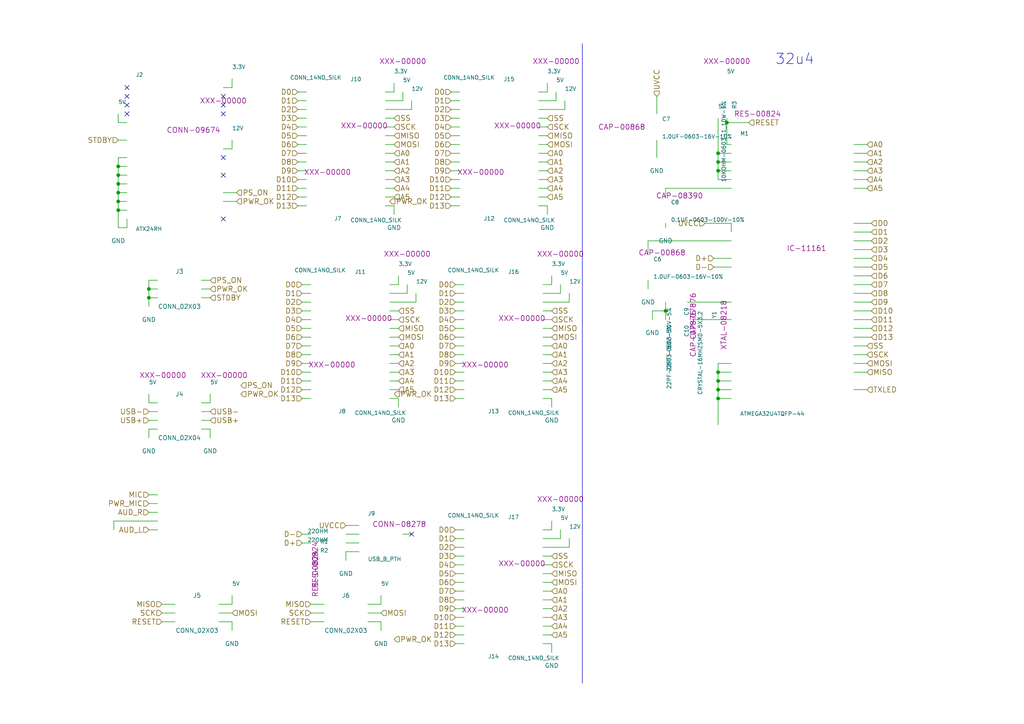
<source format=kicad_sch>
(kicad_sch (version 20230121) (generator eeschema)
  (paper "A4")
  (junction (at 41.91 -20.32))
  (junction (at -38.1 -34.29))
  (junction (at -10.16 -57.15))
  (junction (at -38.1 -74.93))
  (junction (at 8.89 -59.69))
  (junction (at 1.27 -80.01))
  (junction (at 8.89 -77.47))
  (junction (at -38.1 -31.75))
  (junction (at 193.04 90.17))
  (junction (at -10.16 -74.93))
  (junction (at 36.83 -74.93))
  (junction (at 34.29 55.88))
  (junction (at 36.83 -72.39))
  (junction (at 44.45 -72.39))
  (junction (at -10.16 -72.39))
  (junction (at 0 -20.32))
  (junction (at -8.89 -57.15))
  (junction (at 85.09 -11.43))
  (junction (at 41.91 -74.93))
  (junction (at -38.1 -95.25))
  (junction (at -38.1 -22.86))
  (junction (at -38.1 -97.79))
  (junction (at -3.81 -31.75))
  (junction (at -3.81 -72.39))
  (junction (at 1.27 -95.25))
  (junction (at 2.54 -17.78))
  (junction (at -38.1 -54.61))
  (junction (at -46.99 -57.15))
  (junction (at -38.1 -52.07))
  (junction (at -10.16 -54.61))
  (junction (at 34.29 58.42))
  (junction (at 36.83 -92.71))
  (junction (at 208.28 113.03))
  (junction (at 39.37 -57.15))
  (junction (at 208.28 49.53))
  (junction (at 39.37 -36.83))
  (junction (at -8.89 -36.83))
  (junction (at -10.16 -92.71))
  (junction (at -6.35 -20.32))
  (junction (at 43.18 83.82))
  (junction (at 1.27 -111.76))
  (junction (at 208.28 107.95))
  (junction (at 8.89 -31.75))
  (junction (at 36.83 -54.61))
  (junction (at 208.28 110.49))
  (junction (at 208.28 115.57))
  (junction (at 44.45 -52.07))
  (junction (at -8.89 -77.47))
  (junction (at 34.29 50.8))
  (junction (at 8.89 -52.07))
  (junction (at 36.83 -95.25))
  (junction (at 41.91 -54.61))
  (junction (at 34.29 48.26))
  (junction (at -38.1 -72.39))
  (junction (at -10.16 -95.25))
  (junction (at 43.18 86.36))
  (junction (at -6.35 -54.61))
  (junction (at -38.1 -77.47))
  (junction (at 1.27 -54.61))
  (junction (at -10.16 -111.76))
  (junction (at 8.89 -72.39))
  (junction (at 8.89 -97.79))
  (junction (at 1.27 -34.29))
  (junction (at 1.27 -57.15))
  (junction (at 208.28 44.45))
  (junction (at -6.35 -34.29))
  (junction (at 208.28 46.99))
  (junction (at 44.45 -17.78))
  (junction (at 1.27 -74.93))
  (junction (at 8.89 -92.71))
  (junction (at 44.45 -31.75))
  (junction (at 39.37 -77.47))
  (junction (at -3.81 -52.07))
  (junction (at 36.83 -52.07))
  (junction (at -38.1 -59.69))
  (junction (at 39.37 -26.67))
  (junction (at 41.91 -34.29))
  (junction (at 36.83 -97.79))
  (junction (at 1.27 -33.02))
  (junction (at 1.27 -36.83))
  (junction (at -46.99 -80.01))
  (junction (at 1.27 -39.37))
  (junction (at -10.16 -77.47))
  (junction (at 210.82 35.56))
  (junction (at -46.99 -39.37))
  (junction (at -10.16 -52.07))
  (junction (at 36.83 -77.47))
  (junction (at -46.99 -36.83))
  (junction (at 34.29 60.96))
  (junction (at 36.83 -57.15))
  (junction (at -10.16 -97.79))
  (junction (at -3.81 -17.78))
  (junction (at -38.1 -92.71))
  (junction (at -6.35 -74.93))
  (junction (at 85.09 -8.89))
  (junction (at 34.29 53.34))
  (no_connect (at 64.77 27.94))
  (no_connect (at 64.77 33.02))
  (no_connect (at 64.77 45.72))
  (no_connect (at 36.83 27.94))
  (no_connect (at 64.77 63.5))
  (no_connect (at 36.83 30.48))
  (no_connect (at 64.77 30.48))
  (no_connect (at 36.83 25.4))
  (no_connect (at 36.83 33.02))
  (no_connect (at 119.38 154.94))
  (no_connect (at 64.77 50.8))
  (wire (pts (xy 43.18 81.28) (xy 43.18 83.82)))
  (wire (pts (xy 113.03 -34.29) (xy 115.57 -34.29)))
  (wire (pts (xy 36.83 -111.76) (xy 36.83 -97.79)))
  (wire (pts (xy -38.1 -74.93) (xy -38.1 -72.39)))
  (wire (pts (xy 119.38 31.75) (xy 119.38 29.21)))
  (wire (pts (xy 162.56 85.09) (xy 162.56 82.55)))
  (wire (pts (xy -10.16 -52.07) (xy -3.81 -52.07)))
  (wire (pts (xy 113.03 -21.59) (xy 115.57 -21.59)))
  (wire (pts (xy 39.37 -77.47) (xy 39.37 -57.15)))
  (wire (pts (xy 88.9 46.99) (xy 86.36 46.99)))
  (wire (pts (xy -10.16 -111.76) (xy 1.27 -111.76)))
  (wire (pts (xy 247.65 82.55) (xy 252.73 82.55)))
  (wire (pts (xy 58.42 116.84) (xy 60.96 116.84)))
  (wire (pts (xy 59.69 -21.59) (xy 59.69 -24.13)))
  (wire (pts (xy -38.1 -77.47) (xy -38.1 -74.93)))
  (wire (pts (xy 90.17 95.25) (xy 87.63 95.25)))
  (wire (pts (xy 247.65 64.77) (xy 252.73 64.77)))
  (wire (pts (xy 247.65 90.17) (xy 252.73 90.17)))
  (wire (pts (xy -38.1 -95.25) (xy -38.1 -92.71)))
  (wire (pts (xy 36.83 -74.93) (xy 41.91 -74.93)))
  (wire (pts (xy 187.96 69.85) (xy 187.96 73.66)))
  (wire (pts (xy 133.35 26.67) (xy 130.81 26.67)))
  (wire (pts (xy 41.91 -74.93) (xy 41.91 -54.61)))
  (wire (pts (xy 1.27 -111.76) (xy 1.27 -95.25)))
  (wire (pts (xy -46.99 -39.37) (xy -46.99 -36.83)))
  (wire (pts (xy 247.65 92.71) (xy 252.73 92.71)))
  (wire (pts (xy -38.1 -100.33) (xy -38.1 -97.79)))
  (wire (pts (xy 208.28 44.45) (xy 208.28 46.99)))
  (wire (pts (xy 33.02 151.13) (xy 45.72 151.13)))
  (wire (pts (xy 113.03 97.79) (xy 115.57 97.79)))
  (wire (pts (xy 157.48 97.79) (xy 160.02 97.79)))
  (wire (pts (xy 247.65 107.95) (xy 251.46 107.95)))
  (wire (pts (xy -10.16 -34.29) (xy -6.35 -34.29)))
  (wire (pts (xy 67.31 43.18) (xy 67.31 40.64)))
  (wire (pts (xy -10.16 -77.47) (xy -8.89 -77.47)))
  (wire (pts (xy 2.54 -17.78) (xy 44.45 -17.78)))
  (polyline (pts (xy 168.91 198.12) (xy 168.91 12.7)))
  (wire (pts (xy 39.37 -77.47) (xy 36.83 -77.47)))
  (wire (pts (xy 110.49 180.34) (xy 110.49 182.88)))
  (wire (pts (xy 11.43 -52.07) (xy 8.89 -52.07)))
  (wire (pts (xy 133.35 29.21) (xy 130.81 29.21)))
  (wire (pts (xy 113.03 -19.05) (xy 115.57 -19.05)))
  (wire (pts (xy 134.62 90.17) (xy 132.08 90.17)))
  (wire (pts (xy 210.82 41.91) (xy 210.82 35.56)))
  (wire (pts (xy 111.76 52.07) (xy 114.3 52.07)))
  (wire (pts (xy 156.21 26.67) (xy 158.75 26.67)))
  (wire (pts (xy 8.89 -100.33) (xy 8.89 -97.79)))
  (wire (pts (xy 160.02 153.67) (xy 160.02 151.13)))
  (wire (pts (xy 156.21 54.61) (xy 158.75 54.61)))
  (wire (pts (xy 67.31 180.34) (xy 67.31 182.88)))
  (wire (pts (xy 113.03 90.17) (xy 115.57 90.17)))
  (wire (pts (xy 36.83 58.42) (xy 34.29 58.42)))
  (wire (pts (xy 85.09 -13.97) (xy 85.09 -11.43)))
  (wire (pts (xy -35.56 -74.93) (xy -38.1 -74.93)))
  (wire (pts (xy 163.83 31.75) (xy 156.21 31.75)))
  (wire (pts (xy -38.1 -22.86) (xy -38.1 -19.05)))
  (wire (pts (xy 36.83 55.88) (xy 34.29 55.88)))
  (wire (pts (xy 134.62 87.63) (xy 132.08 87.63)))
  (wire (pts (xy 67.31 25.4) (xy 67.31 22.86)))
  (wire (pts (xy 43.18 83.82) (xy 45.72 83.82)))
  (wire (pts (xy -10.16 -92.71) (xy -3.81 -92.71)))
  (wire (pts (xy 111.76 46.99) (xy 114.3 46.99)))
  (wire (pts (xy 165.1 87.63) (xy 165.1 85.09)))
  (wire (pts (xy 193.04 87.63) (xy 193.04 90.17)))
  (wire (pts (xy 115.57 82.55) (xy 115.57 80.01)))
  (wire (pts (xy -3.81 -31.75) (xy -3.81 -17.78)))
  (wire (pts (xy 133.35 36.83) (xy 130.81 36.83)))
  (wire (pts (xy 212.09 113.03) (xy 208.28 113.03)))
  (wire (pts (xy 134.62 113.03) (xy 132.08 113.03)))
  (wire (pts (xy 157.48 115.57) (xy 160.02 115.57)))
  (wire (pts (xy 113.03 -11.43) (xy 115.57 -11.43)))
  (wire (pts (xy 200.66 92.71) (xy 212.09 92.71)))
  (wire (pts (xy 161.29 29.21) (xy 156.21 29.21)))
  (wire (pts (xy 247.65 105.41) (xy 251.46 105.41)))
  (wire (pts (xy 193.04 90.17) (xy 193.04 92.71)))
  (wire (pts (xy 64.77 58.42) (xy 68.58 58.42)))
  (wire (pts (xy 156.21 49.53) (xy 158.75 49.53)))
  (wire (pts (xy -6.35 -74.93) (xy -6.35 -54.61)))
  (wire (pts (xy 134.62 82.55) (xy 132.08 82.55)))
  (wire (pts (xy 11.43 -92.71) (xy 8.89 -92.71)))
  (wire (pts (xy 156.21 36.83) (xy 158.75 36.83)))
  (wire (pts (xy 36.83 -95.25) (xy 41.91 -95.25)))
  (wire (pts (xy 34.29 58.42) (xy 34.29 60.96)))
  (wire (pts (xy 39.37 -57.15) (xy 39.37 -36.83)))
  (wire (pts (xy 162.56 156.21) (xy 157.48 156.21)))
  (wire (pts (xy 247.65 97.79) (xy 252.73 97.79)))
  (wire (pts (xy 134.62 97.79) (xy 132.08 97.79)))
  (wire (pts (xy 36.83 -74.93) (xy 36.83 -72.39)))
  (wire (pts (xy 11.43 -59.69) (xy 8.89 -59.69)))
  (wire (pts (xy 157.48 163.83) (xy 160.02 163.83)))
  (wire (pts (xy 90.17 97.79) (xy 87.63 97.79)))
  (wire (pts (xy 34.29 55.88) (xy 34.29 58.42)))
  (wire (pts (xy 90.17 87.63) (xy 87.63 87.63)))
  (wire (pts (xy 36.83 -52.07) (xy 36.83 -39.37)))
  (wire (pts (xy 157.48 105.41) (xy 160.02 105.41)))
  (wire (pts (xy 208.28 34.29) (xy 208.28 44.45)))
  (wire (pts (xy 113.03 -13.97) (xy 115.57 -13.97)))
  (wire (pts (xy 2.54 -33.02) (xy 1.27 -33.02)))
  (wire (pts (xy 36.83 50.8) (xy 34.29 50.8)))
  (wire (pts (xy 41.91 -95.25) (xy 41.91 -74.93)))
  (wire (pts (xy 111.76 34.29) (xy 114.3 34.29)))
  (wire (pts (xy 247.65 69.85) (xy 252.73 69.85)))
  (wire (pts (xy 90.17 100.33) (xy 87.63 100.33)))
  (wire (pts (xy 85.09 -44.45) (xy 87.63 -44.45)))
  (wire (pts (xy 50.8 175.26) (xy 46.99 175.26)))
  (wire (pts (xy 11.43 -31.75) (xy 8.89 -31.75)))
  (wire (pts (xy 157.48 176.53) (xy 160.02 176.53)))
  (wire (pts (xy 33.02 153.67) (xy 33.02 151.13)))
  (wire (pts (xy -38.1 -54.61) (xy -38.1 -52.07)))
  (wire (pts (xy 106.68 177.8) (xy 110.49 177.8)))
  (wire (pts (xy -35.56 -72.39) (xy -38.1 -72.39)))
  (wire (pts (xy 90.17 85.09) (xy 87.63 85.09)))
  (wire (pts (xy -8.89 -97.79) (xy -8.89 -77.47)))
  (wire (pts (xy 134.62 153.67) (xy 132.08 153.67)))
  (wire (pts (xy 190.5 40.64) (xy 190.5 45.72)))
  (wire (pts (xy 88.9 54.61) (xy 86.36 54.61)))
  (wire (pts (xy 111.76 49.53) (xy 114.3 49.53)))
  (wire (pts (xy 134.62 171.45) (xy 132.08 171.45)))
  (wire (pts (xy 134.62 158.75) (xy 132.08 158.75)))
  (wire (pts (xy 247.65 113.03) (xy 251.46 113.03)))
  (wire (pts (xy 111.76 36.83) (xy 114.3 36.83)))
  (wire (pts (xy 41.91 -20.32) (xy 41.91 -13.97)))
  (wire (pts (xy 90.17 154.94) (xy 87.63 154.94)))
  (wire (pts (xy 247.65 74.93) (xy 252.73 74.93)))
  (wire (pts (xy 133.35 49.53) (xy 130.81 49.53)))
  (wire (pts (xy 157.48 113.03) (xy 160.02 113.03)))
  (wire (pts (xy 11.43 -74.93) (xy 1.27 -74.93)))
  (wire (pts (xy 43.18 83.82) (xy 43.18 86.36)))
  (wire (pts (xy 208.28 49.53) (xy 212.09 49.53)))
  (wire (pts (xy 43.18 124.46) (xy 43.18 127)))
  (wire (pts (xy 157.48 82.55) (xy 160.02 82.55)))
  (wire (pts (xy 11.43 -39.37) (xy 1.27 -39.37)))
  (wire (pts (xy -35.56 -97.79) (xy -38.1 -97.79)))
  (wire (pts (xy 247.65 77.47) (xy 252.73 77.47)))
  (wire (pts (xy 210.82 35.56) (xy 217.17 35.56)))
  (wire (pts (xy 189.23 90.17) (xy 189.23 92.71)))
  (wire (pts (xy 247.65 49.53) (xy 251.46 49.53)))
  (wire (pts (xy -6.35 -54.61) (xy -6.35 -34.29)))
  (wire (pts (xy 106.68 180.34) (xy 110.49 180.34)))
  (wire (pts (xy -8.89 -77.47) (xy -8.89 -57.15)))
  (wire (pts (xy 113.03 -36.83) (xy 115.57 -36.83)))
  (wire (pts (xy -46.99 -80.01) (xy -46.99 -57.15)))
  (wire (pts (xy -8.89 -22.86) (xy -38.1 -22.86)))
  (wire (pts (xy 212.09 44.45) (xy 208.28 44.45)))
  (wire (pts (xy 11.43 -57.15) (xy 1.27 -57.15)))
  (wire (pts (xy 157.48 102.87) (xy 160.02 102.87)))
  (wire (pts (xy 11.43 -95.25) (xy 1.27 -95.25)))
  (wire (pts (xy 156.21 59.69) (xy 158.75 59.69)))
  (wire (pts (xy 57.15 -19.05) (xy 57.15 -21.59)))
  (wire (pts (xy 156.21 34.29) (xy 158.75 34.29)))
  (wire (pts (xy 43.18 86.36) (xy 43.18 88.9)))
  (wire (pts (xy 161.29 29.21) (xy 161.29 26.67)))
  (wire (pts (xy 36.83 48.26) (xy 34.29 48.26)))
  (wire (pts (xy -10.16 -54.61) (xy -10.16 -52.07)))
  (wire (pts (xy 45.72 124.46) (xy 43.18 124.46)))
  (wire (pts (xy 212.09 41.91) (xy 210.82 41.91)))
  (wire (pts (xy 11.43 -72.39) (xy 8.89 -72.39)))
  (wire (pts (xy 134.62 100.33) (xy 132.08 100.33)))
  (wire (pts (xy 212.09 67.31) (xy 212.09 64.77)))
  (wire (pts (xy 110.49 175.26) (xy 110.49 172.72)))
  (wire (pts (xy -8.89 -57.15) (xy -8.89 -36.83)))
  (wire (pts (xy 45.72 81.28) (xy 43.18 81.28)))
  (wire (pts (xy 156.21 46.99) (xy 158.75 46.99)))
  (wire (pts (xy 157.48 92.71) (xy 160.02 92.71)))
  (wire (pts (xy 85.09 -41.91) (xy 87.63 -41.91)))
  (wire (pts (xy -35.56 -80.01) (xy -46.99 -80.01)))
  (wire (pts (xy 247.65 46.99) (xy 251.46 46.99)))
  (wire (pts (xy 64.77 25.4) (xy 67.31 25.4)))
  (wire (pts (xy 111.76 41.91) (xy 114.3 41.91)))
  (wire (pts (xy 85.09 -11.43) (xy 85.09 -8.89)))
  (wire (pts (xy 165.1 158.75) (xy 165.1 156.21)))
  (wire (pts (xy -38.1 -34.29) (xy -38.1 -31.75)))
  (wire (pts (xy -6.35 -34.29) (xy -6.35 -20.32)))
  (wire (pts (xy 104.14 160.02) (xy 100.33 160.02)))
  (wire (pts (xy -46.99 -111.76) (xy -10.16 -111.76)))
  (wire (pts (xy 116.84 154.94) (xy 119.38 154.94)))
  (wire (pts (xy 39.37 -36.83) (xy 39.37 -26.67)))
  (wire (pts (xy 113.03 -29.21) (xy 115.57 -29.21)))
  (wire (pts (xy 60.96 116.84) (xy 60.96 114.3)))
  (wire (pts (xy 64.77 55.88) (xy 68.58 55.88)))
  (wire (pts (xy 114.3 59.69) (xy 114.3 62.23)))
  (wire (pts (xy 90.17 110.49) (xy 87.63 110.49)))
  (wire (pts (xy 90.17 107.95) (xy 87.63 107.95)))
  (wire (pts (xy 0 -20.32) (xy 41.91 -20.32)))
  (wire (pts (xy 163.83 31.75) (xy 163.83 29.21)))
  (wire (pts (xy 134.62 176.53) (xy 132.08 176.53)))
  (wire (pts (xy 36.83 -34.29) (xy 41.91 -34.29)))
  (wire (pts (xy 157.48 95.25) (xy 160.02 95.25)))
  (wire (pts (xy 11.43 -80.01) (xy 1.27 -80.01)))
  (wire (pts (xy 247.65 80.01) (xy 252.73 80.01)))
  (wire (pts (xy 160.02 82.55) (xy 160.02 80.01)))
  (wire (pts (xy 2.54 -17.78) (xy 2.54 -22.86)))
  (wire (pts (xy 120.65 87.63) (xy 120.65 85.09)))
  (wire (pts (xy 157.48 110.49) (xy 160.02 110.49)))
  (wire (pts (xy 113.03 82.55) (xy 115.57 82.55)))
  (wire (pts (xy 111.76 59.69) (xy 114.3 59.69)))
  (wire (pts (xy 134.62 181.61) (xy 132.08 181.61)))
  (wire (pts (xy -38.1 -100.33) (xy -35.56 -100.33)))
  (wire (pts (xy -38.1 -52.07) (xy -38.1 -34.29)))
  (wire (pts (xy 133.35 59.69) (xy 130.81 59.69)))
  (wire (pts (xy 160.02 186.69) (xy 160.02 189.23)))
  (wire (pts (xy -35.56 -54.61) (xy -38.1 -54.61)))
  (wire (pts (xy 114.3 26.67) (xy 114.3 24.13)))
  (wire (pts (xy 58.42 121.92) (xy 60.96 121.92)))
  (wire (pts (xy 133.35 57.15) (xy 130.81 57.15)))
  (wire (pts (xy 157.48 184.15) (xy 160.02 184.15)))
  (wire (pts (xy -38.1 -59.69) (xy -38.1 -54.61)))
  (wire (pts (xy 93.98 175.26) (xy 90.17 175.26)))
  (wire (pts (xy -35.56 -57.15) (xy -46.99 -57.15)))
  (wire (pts (xy 85.09 -39.37) (xy 87.63 -39.37)))
  (wire (pts (xy 119.38 31.75) (xy 111.76 31.75)))
  (wire (pts (xy 58.42 81.28) (xy 60.96 81.28)))
  (wire (pts (xy 34.29 35.56) (xy 36.83 35.56)))
  (wire (pts (xy -3.81 -72.39) (xy -3.81 -52.07)))
  (wire (pts (xy -10.16 -97.79) (xy -8.89 -97.79)))
  (wire (pts (xy 45.72 121.92) (xy 43.18 121.92)))
  (wire (pts (xy 118.11 85.09) (xy 118.11 82.55)))
  (wire (pts (xy 45.72 148.59) (xy 43.18 148.59)))
  (wire (pts (xy 190.5 27.94) (xy 190.5 33.02)))
  (wire (pts (xy 1.27 -113.03) (xy 1.27 -111.76)))
  (wire (pts (xy 111.76 26.67) (xy 114.3 26.67)))
  (wire (pts (xy 8.89 -72.39) (xy 8.89 -59.69)))
  (wire (pts (xy 88.9 26.67) (xy 86.36 26.67)))
  (wire (pts (xy 113.03 107.95) (xy 115.57 107.95)))
  (wire (pts (xy 134.62 95.25) (xy 132.08 95.25)))
  (wire (pts (xy 113.03 -24.13) (xy 115.57 -24.13)))
  (wire (pts (xy 208.28 52.07) (xy 212.09 52.07)))
  (wire (pts (xy 90.17 157.48) (xy 87.63 157.48)))
  (wire (pts (xy 87.63 -13.97) (xy 85.09 -13.97)))
  (wire (pts (xy -10.16 -72.39) (xy -10.16 -57.15)))
  (wire (pts (xy 62.23 -24.13) (xy 62.23 -26.67)))
  (wire (pts (xy 113.03 -46.99) (xy 115.57 -46.99)))
  (wire (pts (xy 34.29 45.72) (xy 34.29 48.26)))
  (wire (pts (xy 212.09 69.85) (xy 187.96 69.85)))
  (wire (pts (xy 208.28 105.41) (xy 208.28 107.95)))
  (wire (pts (xy 88.9 44.45) (xy 86.36 44.45)))
  (wire (pts (xy 113.03 92.71) (xy 115.57 92.71)))
  (wire (pts (xy 133.35 34.29) (xy 130.81 34.29)))
  (wire (pts (xy 87.63 -8.89) (xy 85.09 -8.89)))
  (wire (pts (xy 156.21 57.15) (xy 158.75 57.15)))
  (wire (pts (xy 8.89 -31.75) (xy 8.89 -26.67)))
  (wire (pts (xy 90.17 177.8) (xy 93.98 177.8)))
  (wire (pts (xy 156.21 52.07) (xy 158.75 52.07)))
  (wire (pts (xy 212.09 105.41) (xy 208.28 105.41)))
  (wire (pts (xy 34.29 60.96) (xy 34.29 66.04)))
  (wire (pts (xy 44.45 -52.07) (xy 44.45 -31.75)))
  (wire (pts (xy 113.03 113.03) (xy 115.57 113.03)))
  (wire (pts (xy -10.16 -95.25) (xy -10.16 -92.71)))
  (wire (pts (xy 134.62 85.09) (xy 132.08 85.09)))
  (wire (pts (xy 247.65 52.07) (xy 251.46 52.07)))
  (wire (pts (xy -10.16 -36.83) (xy -8.89 -36.83)))
  (wire (pts (xy 134.62 179.07) (xy 132.08 179.07)))
  (wire (pts (xy 208.28 49.53) (xy 208.28 52.07)))
  (wire (pts (xy 8.89 -97.79) (xy 8.89 -92.71)))
  (wire (pts (xy -6.35 -95.25) (xy -6.35 -74.93)))
  (wire (pts (xy 36.83 -57.15) (xy 39.37 -57.15)))
  (wire (pts (xy 134.62 168.91) (xy 132.08 168.91)))
  (wire (pts (xy 90.17 90.17) (xy 87.63 90.17)))
  (wire (pts (xy 88.9 39.37) (xy 86.36 39.37)))
  (wire (pts (xy 113.03 110.49) (xy 115.57 110.49)))
  (wire (pts (xy -3.81 -17.78) (xy 2.54 -17.78)))
  (wire (pts (xy 247.65 87.63) (xy 252.73 87.63)))
  (wire (pts (xy 58.42 124.46) (xy 60.96 124.46)))
  (wire (pts (xy 45.72 119.38) (xy 43.18 119.38)))
  (wire (pts (xy 199.39 87.63) (xy 212.09 87.63)))
  (wire (pts (xy 36.83 -54.61) (xy 36.83 -52.07)))
  (wire (pts (xy -3.81 -92.71) (xy -3.81 -72.39)))
  (wire (pts (xy 165.1 87.63) (xy 157.48 87.63)))
  (wire (pts (xy 247.65 100.33) (xy 251.46 100.33)))
  (wire (pts (xy 44.45 -72.39) (xy 44.45 -52.07)))
  (wire (pts (xy 113.03 -39.37) (xy 115.57 -39.37)))
  (wire (pts (xy 113.03 105.41) (xy 115.57 105.41)))
  (wire (pts (xy 34.29 50.8) (xy 34.29 53.34)))
  (wire (pts (xy 162.56 85.09) (xy 157.48 85.09)))
  (wire (pts (xy -10.16 -57.15) (xy -10.16 -54.61)))
  (wire (pts (xy 34.29 48.26) (xy 34.29 50.8)))
  (wire (pts (xy 1.27 -36.83) (xy 1.27 -34.29)))
  (wire (pts (xy 113.03 -31.75) (xy 115.57 -31.75)))
  (wire (pts (xy 43.18 86.36) (xy 45.72 86.36)))
  (wire (pts (xy 134.62 156.21) (xy 132.08 156.21)))
  (wire (pts (xy 88.9 36.83) (xy 86.36 36.83)))
  (wire (pts (xy 133.35 54.61) (xy 130.81 54.61)))
  (wire (pts (xy 88.9 52.07) (xy 86.36 52.07)))
  (wire (pts (xy 41.91 -34.29) (xy 41.91 -20.32)))
  (wire (pts (xy 106.68 175.26) (xy 110.49 175.26)))
  (wire (pts (xy 88.9 41.91) (xy 86.36 41.91)))
  (wire (pts (xy 43.18 116.84) (xy 45.72 116.84)))
  (wire (pts (xy 118.11 85.09) (xy 113.03 85.09)))
  (wire (pts (xy 158.75 59.69) (xy 158.75 62.23)))
  (wire (pts (xy -38.1 -92.71) (xy -38.1 -77.47)))
  (wire (pts (xy 247.65 67.31) (xy 252.73 67.31)))
  (wire (pts (xy 208.28 113.03) (xy 208.28 115.57)))
  (wire (pts (xy 36.83 -95.25) (xy 36.83 -92.71)))
  (wire (pts (xy 93.98 180.34) (xy 90.17 180.34)))
  (wire (pts (xy 41.91 -54.61) (xy 41.91 -34.29)))
  (wire (pts (xy 111.76 44.45) (xy 114.3 44.45)))
  (wire (pts (xy 133.35 39.37) (xy 130.81 39.37)))
  (wire (pts (xy 39.37 -97.79) (xy 39.37 -77.47)))
  (wire (pts (xy 11.43 -36.83) (xy 1.27 -36.83)))
  (wire (pts (xy 212.09 77.47) (xy 207.01 77.47)))
  (wire (pts (xy 36.83 -92.71) (xy 44.45 -92.71)))
  (wire (pts (xy 157.48 173.99) (xy 160.02 173.99)))
  (wire (pts (xy 247.65 72.39) (xy 252.73 72.39)))
  (wire (pts (xy 90.17 82.55) (xy 87.63 82.55)))
  (wire (pts (xy 36.83 63.5) (xy 36.83 66.04)))
  (wire (pts (xy 210.82 35.56) (xy 210.82 34.29)))
  (wire (pts (xy 11.43 -100.33) (xy 8.89 -100.33)))
  (wire (pts (xy -10.16 -111.76) (xy -10.16 -97.79)))
  (wire (pts (xy 43.18 114.3) (xy 43.18 116.84)))
  (wire (pts (xy 85.09 -8.89) (xy 85.09 -6.35)))
  (wire (pts (xy 134.62 92.71) (xy 132.08 92.71)))
  (wire (pts (xy 63.5 175.26) (xy 67.31 175.26)))
  (wire (pts (xy -8.89 -36.83) (xy -8.89 -22.86)))
  (wire (pts (xy 34.29 35.56) (xy 34.29 33.02)))
  (wire (pts (xy 113.03 -49.53) (xy 115.57 -49.53)))
  (wire (pts (xy 111.76 54.61) (xy 114.3 54.61)))
  (wire (pts (xy 63.5 177.8) (xy 67.31 177.8)))
  (wire (pts (xy 247.65 85.09) (xy 252.73 85.09)))
  (wire (pts (xy 45.72 146.05) (xy 43.18 146.05)))
  (wire (pts (xy 162.56 156.21) (xy 162.56 153.67)))
  (wire (pts (xy 133.35 41.91) (xy 130.81 41.91)))
  (wire (pts (xy 36.83 -77.47) (xy 36.83 -74.93)))
  (wire (pts (xy 113.03 -41.91) (xy 115.57 -41.91)))
  (wire (pts (xy 212.09 64.77) (xy 204.47 64.77)))
  (wire (pts (xy 157.48 179.07) (xy 160.02 179.07)))
  (wire (pts (xy 64.77 43.18) (xy 67.31 43.18)))
  (wire (pts (xy 36.83 66.04) (xy 34.29 66.04)))
  (wire (pts (xy 113.03 102.87) (xy 115.57 102.87)))
  (wire (pts (xy 36.83 -97.79) (xy 36.83 -95.25)))
  (wire (pts (xy 88.9 31.75) (xy 86.36 31.75)))
  (wire (pts (xy 45.72 143.51) (xy 43.18 143.51)))
  (wire (pts (xy -10.16 -57.15) (xy -8.89 -57.15)))
  (wire (pts (xy 134.62 107.95) (xy 132.08 107.95)))
  (wire (pts (xy -10.16 -97.79) (xy -10.16 -95.25)))
  (wire (pts (xy 58.42 119.38) (xy 60.96 119.38)))
  (wire (pts (xy 104.14 152.4) (xy 100.33 152.4)))
  (wire (pts (xy 44.45 -31.75) (xy 44.45 -17.78)))
  (wire (pts (xy 90.17 105.41) (xy 87.63 105.41)))
  (wire (pts (xy 88.9 57.15) (xy 86.36 57.15)))
  (wire (pts (xy 157.48 171.45) (xy 160.02 171.45)))
  (wire (pts (xy -6.35 -20.32) (xy -6.35 -13.97)))
  (wire (pts (xy 212.09 115.57) (xy 208.28 115.57)))
  (wire (pts (xy 134.62 110.49) (xy 132.08 110.49)))
  (wire (pts (xy -3.81 -17.78) (xy -3.81 -13.97)))
  (wire (pts (xy 157.48 107.95) (xy 160.02 107.95)))
  (wire (pts (xy -35.56 -31.75) (xy -38.1 -31.75)))
  (wire (pts (xy -35.56 -95.25) (xy -38.1 -95.25)))
  (wire (pts (xy 1.27 -54.61) (xy 1.27 -39.37)))
  (wire (pts (xy -10.16 -54.61) (xy -6.35 -54.61)))
  (wire (pts (xy 90.17 115.57) (xy 87.63 115.57)))
  (wire (pts (xy 36.83 45.72) (xy 34.29 45.72)))
  (wire (pts (xy 1.27 -33.02) (xy 0 -33.02)))
  (wire (pts (xy 58.42 83.82) (xy 60.96 83.82)))
  (wire (pts (xy 1.27 -111.76) (xy 36.83 -111.76)))
  (wire (pts (xy 44.45 -92.71) (xy 44.45 -72.39)))
  (wire (pts (xy 60.96 124.46) (xy 60.96 127)))
  (wire (pts (xy -38.1 -31.75) (xy -38.1 -22.86)))
  (wire (pts (xy 157.48 153.67) (xy 160.02 153.67)))
  (wire (pts (xy 251.46 102.87) (xy 247.65 102.87)))
  (wire (pts (xy -46.99 -111.76) (xy -46.99 -80.01)))
  (wire (pts (xy 88.9 29.21) (xy 86.36 29.21)))
  (wire (pts (xy 104.14 157.48) (xy 100.33 157.48)))
  (wire (pts (xy 88.9 59.69) (xy 86.36 59.69)))
  (wire (pts (xy 134.62 105.41) (xy 132.08 105.41)))
  (wire (pts (xy 193.04 54.61) (xy 193.04 57.15)))
  (wire (pts (xy 58.42 86.36) (xy 60.96 86.36)))
  (wire (pts (xy 100.33 160.02) (xy 100.33 162.56)))
  (wire (pts (xy 36.83 53.34) (xy 34.29 53.34)))
  (wire (pts (xy 247.65 54.61) (xy 251.46 54.61)))
  (wire (pts (xy 116.84 29.21) (xy 116.84 26.67)))
  (wire (pts (xy 36.83 -31.75) (xy 44.45 -31.75)))
  (wire (pts (xy 134.62 186.69) (xy 132.08 186.69)))
  (wire (pts (xy 207.01 74.93) (xy 212.09 74.93)))
  (wire (pts (xy 113.03 -8.89) (xy 115.57 -8.89)))
  (wire (pts (xy 115.57 115.57) (xy 115.57 118.11)))
  (wire (pts (xy 90.17 113.03) (xy 87.63 113.03)))
  (wire (pts (xy -35.56 -39.37) (xy -46.99 -39.37)))
  (wire (pts (xy 113.03 100.33) (xy 115.57 100.33)))
  (wire (pts (xy 104.14 154.94) (xy 100.33 154.94)))
  (wire (pts (xy 85.09 -36.83) (xy 87.63 -36.83)))
  (wire (pts (xy 193.04 64.77) (xy 193.04 66.04)))
  (wire (pts (xy -46.99 -57.15) (xy -46.99 -39.37)))
  (wire (pts (xy 11.43 -34.29) (xy 1.27 -34.29)))
  (wire (pts (xy 157.48 181.61) (xy 160.02 181.61)))
  (wire (pts (xy 157.48 161.29) (xy 160.02 161.29)))
  (wire (pts (xy 36.83 -36.83) (xy 39.37 -36.83)))
  (wire (pts (xy -10.16 -74.93) (xy -6.35 -74.93)))
  (wire (pts (xy 133.35 46.99) (xy 130.81 46.99)))
  (wire (pts (xy 134.62 102.87) (xy 132.08 102.87)))
  (wire (pts (xy 212.09 107.95) (xy 208.28 107.95)))
  (wire (pts (xy 111.76 39.37) (xy 114.3 39.37)))
  (wire (pts (xy 36.83 -72.39) (xy 44.45 -72.39)))
  (wire (pts (xy -6.35 -20.32) (xy 0 -20.32)))
  (wire (pts (xy 85.09 -46.99) (xy 87.63 -46.99)))
  (wire (pts (xy 208.28 115.57) (xy 208.28 123.19)))
  (wire (pts (xy 11.43 -77.47) (xy 8.89 -77.47)))
  (wire (pts (xy 59.69 -21.59) (xy 87.63 -21.59)))
  (wire (pts (xy 134.62 166.37) (xy 132.08 166.37)))
  (wire (pts (xy 85.09 -49.53) (xy 87.63 -49.53)))
  (wire (pts (xy 0 -20.32) (xy 0 -22.86)))
  (wire (pts (xy 134.62 184.15) (xy 132.08 184.15)))
  (wire (pts (xy 1.27 -57.15) (xy 1.27 -54.61)))
  (wire (pts (xy -35.56 -77.47) (xy -38.1 -77.47)))
  (wire (pts (xy 1.27 -34.29) (xy 1.27 -33.02)))
  (wire (pts (xy 113.03 -26.67) (xy 115.57 -26.67)))
  (wire (pts (xy -10.16 -31.75) (xy -3.81 -31.75)))
  (wire (pts (xy 134.62 115.57) (xy 132.08 115.57)))
  (wire (pts (xy -10.16 -72.39) (xy -3.81 -72.39)))
  (wire (pts (xy 156.21 39.37) (xy 158.75 39.37)))
  (wire (pts (xy 1.27 -74.93) (xy 1.27 -57.15)))
  (wire (pts (xy 36.83 40.64) (xy 34.29 40.64)))
  (wire (pts (xy -38.1 -92.71) (xy -35.56 -92.71)))
  (wire (pts (xy -10.16 -95.25) (xy -6.35 -95.25)))
  (wire (pts (xy 1.27 -39.37) (xy 1.27 -36.83)))
  (wire (pts (xy -3.81 -52.07) (xy -3.81 -31.75)))
  (wire (pts (xy -10.16 -52.07) (xy -10.16 -39.37)))
  (wire (pts (xy 87.63 -26.67) (xy 85.09 -26.67)))
  (wire (pts (xy 160.02 115.57) (xy 160.02 118.11)))
  (wire (pts (xy 88.9 49.53) (xy 86.36 49.53)))
  (wire (pts (xy 116.84 29.21) (xy 111.76 29.21)))
  (wire (pts (xy 1.27 -80.01) (xy 1.27 -74.93)))
  (wire (pts (xy 247.65 41.91) (xy 251.46 41.91)))
  (wire (pts (xy 133.35 44.45) (xy 130.81 44.45)))
  (wire (pts (xy 187.96 81.28) (xy 187.96 83.82)))
  (wire (pts (xy 8.89 -92.71) (xy 8.89 -77.47)))
  (wire (pts (xy 156.21 44.45) (xy 158.75 44.45)))
  (wire (pts (xy 212.09 54.61) (xy 193.04 54.61)))
  (wire (pts (xy 208.28 46.99) (xy 208.28 49.53)))
  (wire (pts (xy 8.89 -77.47) (xy 8.89 -72.39)))
  (wire (pts (xy 134.62 163.83) (xy 132.08 163.83)))
  (wire (pts (xy 36.83 -97.79) (xy 39.37 -97.79)))
  (wire (pts (xy 11.43 -97.79) (xy 8.89 -97.79)))
  (wire (pts (xy 11.43 -54.61) (xy 1.27 -54.61)))
  (wire (pts (xy 90.17 102.87) (xy 87.63 102.87)))
  (wire (pts (xy 62.23 -24.13) (xy 87.63 -24.13)))
  (wire (pts (xy 90.17 92.71) (xy 87.63 92.71)))
  (wire (pts (xy 44.45 -17.78) (xy 44.45 -13.97)))
  (wire (pts (xy 157.48 166.37) (xy 160.02 166.37)))
  (wire (pts (xy 120.65 87.63) (xy 113.03 87.63)))
  (wire (pts (xy 133.35 31.75) (xy 130.81 31.75)))
  (wire (pts (xy 113.03 115.57) (xy 115.57 115.57)))
  (wire (pts (xy -10.16 -77.47) (xy -10.16 -74.93)))
  (wire (pts (xy -35.56 -59.69) (xy -38.1 -59.69)))
  (wire (pts (xy 134.62 173.99) (xy 132.08 173.99)))
  (wire (pts (xy 8.89 -26.67) (xy 39.37 -26.67)))
  (wire (pts (xy 8.89 -59.69) (xy 8.89 -52.07)))
  (wire (pts (xy 1.27 -95.25) (xy 1.27 -80.01)))
  (wire (pts (xy 208.28 110.49) (xy 208.28 113.03)))
  (wire (pts (xy 157.48 168.91) (xy 160.02 168.91)))
  (wire (pts (xy 8.89 -52.07) (xy 8.89 -31.75)))
  (wire (pts (xy 36.83 -54.61) (xy 41.91 -54.61)))
  (wire (pts (xy -10.16 -92.71) (xy -10.16 -77.47)))
  (wire (pts (xy 156.21 41.91) (xy 158.75 41.91)))
  (wire (pts (xy 45.72 153.67) (xy 43.18 153.67)))
  (wire (pts (xy -46.99 -36.83) (xy -35.56 -36.83)))
  (wire (pts (xy 36.83 -52.07) (xy 44.45 -52.07)))
  (wire (pts (xy -35.56 -52.07) (xy -38.1 -52.07)))
  (wire (pts (xy 36.83 -72.39) (xy 36.83 -57.15)))
  (wire (pts (xy 247.65 95.25) (xy 252.73 95.25)))
  (wire (pts (xy 88.9 34.29) (xy 86.36 34.29)))
  (wire (pts (xy 212.09 110.49) (xy 208.28 110.49)))
  (wire (pts (xy 57.15 -19.05) (xy 87.63 -19.05)))
  (wire (pts (xy 251.46 44.45) (xy 247.65 44.45)))
  (wire (pts (xy -38.1 -72.39) (xy -38.1 -59.69)))
  (wire (pts (xy 111.76 57.15) (xy 114.3 57.15)))
  (wire (pts (xy 36.83 60.96) (xy 34.29 60.96)))
  (wire (pts (xy 113.03 -16.51) (xy 115.57 -16.51)))
  (wire (pts (xy 157.48 186.69) (xy 160.02 186.69)))
  (wire (pts (xy 157.48 90.17) (xy 160.02 90.17)))
  (wire (pts (xy 113.03 95.25) (xy 115.57 95.25)))
  (wire (pts (xy 87.63 -11.43) (xy 85.09 -11.43)))
  (wire (pts (xy -38.1 -97.79) (xy -38.1 -95.25)))
  (wire (pts (xy -10.16 -74.93) (xy -10.16 -72.39)))
  (wire (pts (xy -46.99 -36.83) (xy -46.99 -31.75)))
  (wire (pts (xy 165.1 158.75) (xy 157.48 158.75)))
  (wire (pts (xy 157.48 100.33) (xy 160.02 100.33)))
  (wire (pts (xy 193.04 90.17) (xy 189.23 90.17)))
  (wire (pts (xy 34.29 53.34) (xy 34.29 55.88)))
  (wire (pts (xy 46.99 177.8) (xy 50.8 177.8)))
  (wire (pts (xy 158.75 26.67) (xy 158.75 24.13)))
  (wire (pts (xy -35.56 -34.29) (xy -38.1 -34.29)))
  (wire (pts (xy 67.31 175.26) (xy 67.31 172.72)))
  (wire (pts (xy 39.37 -26.67) (xy 39.37 -24.13)))
  (wire (pts (xy 208.28 107.95) (xy 208.28 110.49)))
  (wire (pts (xy 134.62 161.29) (xy 132.08 161.29)))
  (wire (pts (xy 36.83 -57.15) (xy 36.83 -54.61)))
  (wire (pts (xy 133.35 52.07) (xy 130.81 52.07)))
  (wire (pts (xy 36.83 -92.71) (xy 36.83 -77.47)))
  (wire (pts (xy 212.09 46.99) (xy 208.28 46.99)))
  (wire (pts (xy 63.5 180.34) (xy 67.31 180.34)))
  (wire (pts (xy 50.8 180.34) (xy 46.99 180.34)))
  (text "32u4" (at 224.79 19.05 0) (effects (font (size 2.9972 2.9972)) (justify left bottom)))
  (hierarchical_label "D8" (shape input) (at 87.63 102.87 180) (effects (font (size 1.524 1.524))))
  (hierarchical_label "D13" (shape input) (at 132.08 186.69 180) (effects (font (size 1.524 1.524))))
  (hierarchical_label "A4" (shape input) (at 115.57 110.49 0) (effects (font (size 1.524 1.524))))
  (hierarchical_label "USB-" (shape input) (at 43.18 119.38 180) (effects (font (size 1.524 1.524))))
  (hierarchical_label "SCK" (shape input) (at 115.57 92.71 0) (effects (font (size 1.524 1.524))))
  (hierarchical_label "MOSI" (shape input) (at 251.46 105.41 0) (effects (font (size 1.524 1.524))))
  (hierarchical_label "PS_ON" (shape input) (at 69.85 111.76 0) (effects (font (size 1.524 1.524))))
  (hierarchical_label "D2" (shape input) (at 132.08 158.75 180) (effects (font (size 1.524 1.524))))
  (hierarchical_label "USB+" (shape input) (at 60.96 121.92 0) (effects (font (size 1.524 1.524))))
  (hierarchical_label "A1" (shape input) (at 115.57 102.87 0) (effects (font (size 1.524 1.524))))
  (hierarchical_label "D5" (shape input) (at 132.08 95.25 180) (effects (font (size 1.524 1.524))))
  (hierarchical_label "D5" (shape input) (at 87.63 95.25 180) (effects (font (size 1.524 1.524))))
  (hierarchical_label "D10" (shape input) (at 87.63 107.95 180) (effects (font (size 1.524 1.524))))
  (hierarchical_label "SCK" (shape input) (at 46.99 177.8 180) (effects (font (size 1.524 1.524))))
  (hierarchical_label "A1" (shape input) (at 158.75 46.99 0) (effects (font (size 1.524 1.524))))
  (hierarchical_label "D3" (shape input) (at 130.81 34.29 180) (effects (font (size 1.524 1.524))))
  (hierarchical_label "D8" (shape input) (at 115.57 -26.67 0) (effects (font (size 1.524 1.524))))
  (hierarchical_label "D3" (shape input) (at 252.73 72.39 0) (effects (font (size 1.524 1.524))))
  (hierarchical_label "D+" (shape input) (at 207.01 74.93 180) (effects (font (size 1.524 1.524))))
  (hierarchical_label "D0" (shape input) (at 252.73 64.77 0) (effects (font (size 1.524 1.524))))
  (hierarchical_label "A0" (shape input) (at 160.02 171.45 0) (effects (font (size 1.524 1.524))))
  (hierarchical_label "MISO" (shape input) (at 114.3 39.37 0) (effects (font (size 1.524 1.524))))
  (hierarchical_label "D1" (shape input) (at 86.36 29.21 180) (effects (font (size 1.524 1.524))))
  (hierarchical_label "D3" (shape input) (at 87.63 90.17 180) (effects (font (size 1.524 1.524))))
  (hierarchical_label "D2" (shape input) (at 44.45 -13.97 270) (effects (font (size 1.524 1.524))))
  (hierarchical_label "D3" (shape input) (at 115.57 -8.89 0) (effects (font (size 1.524 1.524))))
  (hierarchical_label "PWR_OK" (shape input) (at 114.3 185.42 0) (effects (font (size 1.524 1.524))))
  (hierarchical_label "D2" (shape input) (at -3.81 -13.97 270) (effects (font (size 1.524 1.524))))
  (hierarchical_label "D3" (shape input) (at 86.36 34.29 180) (effects (font (size 1.524 1.524))))
  (hierarchical_label "PWR_OK" (shape input) (at 114.3 114.3 0) (effects (font (size 1.524 1.524))))
  (hierarchical_label "A0" (shape input) (at 114.3 44.45 0) (effects (font (size 1.524 1.524))))
  (hierarchical_label "D4" (shape input) (at 86.36 36.83 180) (effects (font (size 1.524 1.524))))
  (hierarchical_label "MISO" (shape input) (at 115.57 95.25 0) (effects (font (size 1.524 1.524))))
  (hierarchical_label "AUD_L" (shape input) (at 43.18 153.67 180) (effects (font (size 1.524 1.524))))
  (hierarchical_label "PWR_MIC" (shape input) (at 43.18 146.05 180) (effects (font (size 1.524 1.524))))
  (hierarchical_label "D3" (shape input) (at -6.35 -13.97 270) (effects (font (size 1.524 1.524))))
  (hierarchical_label "D9" (shape input) (at 130.81 49.53 180) (effects (font (size 1.524 1.524))))
  (hierarchical_label "D2" (shape input) (at 87.63 87.63 180) (effects (font (size 1.524 1.524))))
  (hierarchical_label "MISO" (shape input) (at 90.17 175.26 180) (effects (font (size 1.524 1.524))))
  (hierarchical_label "D-" (shape input) (at 87.63 154.94 180) (effects (font (size 1.524 1.524))))
  (hierarchical_label "D11" (shape input) (at 130.81 54.61 180) (effects (font (size 1.524 1.524))))
  (hierarchical_label "D10" (shape input) (at 130.81 52.07 180) (effects (font (size 1.524 1.524))))
  (hierarchical_label "D10" (shape input) (at 132.08 107.95 180) (effects (font (size 1.524 1.524))))
  (hierarchical_label "A1" (shape input) (at 160.02 173.99 0) (effects (font (size 1.524 1.524))))
  (hierarchical_label "A4" (shape input) (at 160.02 181.61 0) (effects (font (size 1.524 1.524))))
  (hierarchical_label "RESET" (shape input) (at 46.99 180.34 180) (effects (font (size 1.524 1.524))))
  (hierarchical_label "D2" (shape input) (at 115.57 -11.43 0) (effects (font (size 1.524 1.524))))
  (hierarchical_label "D0" (shape input) (at 132.08 82.55 180) (effects (font (size 1.524 1.524))))
  (hierarchical_label "A3" (shape input) (at 114.3 52.07 0) (effects (font (size 1.524 1.524))))
  (hierarchical_label "A1" (shape input) (at 251.46 44.45 0) (effects (font (size 1.524 1.524))))
  (hierarchical_label "RESET" (shape input) (at 90.17 180.34 180) (effects (font (size 1.524 1.524))))
  (hierarchical_label "A5" (shape input) (at 114.3 57.15 0) (effects (font (size 1.524 1.524))))
  (hierarchical_label "PWR_OK" (shape input) (at 113.03 58.42 0) (effects (font (size 1.524 1.524))))
  (hierarchical_label "D7" (shape input) (at 115.57 -29.21 0) (effects (font (size 1.524 1.524))))
  (hierarchical_label "D2" (shape input) (at 115.57 -41.91 0) (effects (font (size 1.524 1.524))))
  (hierarchical_label "A2" (shape input) (at 115.57 105.41 0) (effects (font (size 1.524 1.524))))
  (hierarchical_label "MOSI" (shape input) (at 67.31 177.8 0) (effects (font (size 1.524 1.524))))
  (hierarchical_label "PWR_OK" (shape input) (at 68.58 58.42 0) (effects (font (size 1.524 1.524))))
  (hierarchical_label "D-" (shape input) (at 207.01 77.47 180) (effects (font (size 1.524 1.524))))
  (hierarchical_label "D7" (shape input) (at 86.36 44.45 180) (effects (font (size 1.524 1.524))))
  (hierarchical_label "D4" (shape input) (at 87.63 92.71 180) (effects (font (size 1.524 1.524))))
  (hierarchical_label "D9" (shape input) (at 115.57 -24.13 0) (effects (font (size 1.524 1.524))))
  (hierarchical_label "A1" (shape input) (at 160.02 102.87 0) (effects (font (size 1.524 1.524))))
  (hierarchical_label "D6" (shape input) (at 130.81 41.91 180) (effects (font (size 1.524 1.524))))
  (hierarchical_label "D11" (shape input) (at 132.08 110.49 180) (effects (font (size 1.524 1.524))))
  (hierarchical_label "D5" (shape input) (at 130.81 39.37 180) (effects (font (size 1.524 1.524))))
  (hierarchical_label "D6" (shape input) (at 252.73 80.01 0) (effects (font (size 1.524 1.524))))
  (hierarchical_label "USB-" (shape input) (at 60.96 119.38 0) (effects (font (size 1.524 1.524))))
  (hierarchical_label "D7" (shape input) (at 132.08 171.45 180) (effects (font (size 1.524 1.524))))
  (hierarchical_label "AUD_R" (shape input) (at 43.18 148.59 180) (effects (font (size 1.524 1.524))))
  (hierarchical_label "A3" (shape input) (at 115.57 107.95 0) (effects (font (size 1.524 1.524))))
  (hierarchical_label "D0" (shape input) (at 115.57 -49.53 0) (effects (font (size 1.524 1.524))))
  (hierarchical_label "UVCC" (shape input) (at 190.5 27.94 90) (effects (font (size 1.524 1.524))))
  (hierarchical_label "A0" (shape input) (at 85.09 -49.53 180) (effects (font (size 1.524 1.524))))
  (hierarchical_label "D0" (shape input) (at 87.63 82.55 180) (effects (font (size 1.524 1.524))))
  (hierarchical_label "D6" (shape input) (at 132.08 168.91 180) (effects (font (size 1.524 1.524))))
  (hierarchical_label "D9" (shape input) (at 87.63 105.41 180) (effects (font (size 1.524 1.524))))
  (hierarchical_label "A3" (shape input) (at 160.02 179.07 0) (effects (font (size 1.524 1.524))))
  (hierarchical_label "A1" (shape input) (at 114.3 46.99 0) (effects (font (size 1.524 1.524))))
  (hierarchical_label "D1" (shape input) (at 132.08 85.09 180) (effects (font (size 1.524 1.524))))
  (hierarchical_label "TXLED" (shape input) (at 251.46 113.03 0) (effects (font (size 1.524 1.524))))
  (hierarchical_label "A4" (shape input) (at 158.75 54.61 0) (effects (font (size 1.524 1.524))))
  (hierarchical_label "STDBY" (shape input) (at 60.96 86.36 0) (effects (font (size 1.524 1.524))))
  (hierarchical_label "D1" (shape input) (at 252.73 67.31 0) (effects (font (size 1.524 1.524))))
  (hierarchical_label "D9" (shape input) (at 252.73 87.63 0) (effects (font (size 1.524 1.524))))
  (hierarchical_label "SCK" (shape input) (at 251.46 102.87 0) (effects (font (size 1.524 1.524))))
  (hierarchical_label "A0" (shape input) (at 115.57 100.33 0) (effects (font (size 1.524 1.524))))
  (hierarchical_label "SCK" (shape input) (at 160.02 163.83 0) (effects (font (size 1.524 1.524))))
  (hierarchical_label "A5" (shape input) (at 251.46 54.61 0) (effects (font (size 1.524 1.524))))
  (hierarchical_label "SS" (shape input) (at 251.46 100.33 0) (effects (font (size 1.524 1.524))))
  (hierarchical_label "D9" (shape input) (at 86.36 49.53 180) (effects (font (size 1.524 1.524))))
  (hierarchical_label "D8" (shape input) (at 132.08 173.99 180) (effects (font (size 1.524 1.524))))
  (hierarchical_label "A5" (shape input) (at 115.57 113.03 0) (effects (font (size 1.524 1.524))))
  (hierarchical_label "D13" (shape input) (at 115.57 -13.97 0) (effects (font (size 1.524 1.524))))
  (hierarchical_label "D7" (shape input) (at 130.81 44.45 180) (effects (font (size 1.524 1.524))))
  (hierarchical_label "D2" (shape input) (at 86.36 31.75 180) (effects (font (size 1.524 1.524))))
  (hierarchical_label "UVCC" (shape input) (at 204.47 64.77 180) (effects (font (size 1.524 1.524))))
  (hierarchical_label "D11" (shape input) (at 86.36 54.61 180) (effects (font (size 1.524 1.524))))
  (hierarchical_label "D1" (shape input) (at 115.57 -46.99 0) (effects (font (size 1.524 1.524))))
  (hierarchical_label "D13" (shape input) (at 130.81 59.69 180) (effects (font (size 1.524 1.524))))
  (hierarchical_label "A3" (shape input) (at 251.46 49.53 0) (effects (font (size 1.524 1.524))))
  (hierarchical_label "A4" (shape input) (at 85.09 -39.37 180) (effects (font (size 1.524 1.524))))
  (hierarchical_label "D11" (shape input) (at 115.57 -19.05 0) (effects (font (size 1.524 1.524))))
  (hierarchical_label "D12" (shape input) (at 130.81 57.15 180) (effects (font (size 1.524 1.524))))
  (hierarchical_label "MISO" (shape input) (at 160.02 166.37 0) (effects (font (size 1.524 1.524))))
  (hierarchical_label "D13" (shape input) (at 87.63 115.57 180) (effects (font (size 1.524 1.524))))
  (hierarchical_label "SCK" (shape input) (at 90.17 177.8 180) (effects (font (size 1.524 1.524))))
  (hierarchical_label "D13" (shape input) (at 252.73 97.79 0) (effects (font (size 1.524 1.524))))
  (hierarchical_label "D13" (shape input) (at 132.08 115.57 180) (effects (font (size 1.524 1.524))))
  (hierarchical_label "PS_ON" (shape input) (at 68.58 55.88 0) (effects (font (size 1.524 1.524))))
  (hierarchical_label "MOSI" (shape input) (at 110.49 177.8 0) (effects (font (size 1.524 1.524))))
  (hierarchical_label "A3" (shape input) (at 160.02 107.95 0) (effects (font (size 1.524 1.524))))
  (hierarchical_label "SS" (shape input) (at 160.02 161.29 0) (effects (font (size 1.524 1.524))))
  (hierarchical_label "SCK" (shape input) (at 158.75 36.83 0) (effects (font (size 1.524 1.524))))
  (hierarchical_label "SS" (shape input) (at 114.3 34.29 0) (effects (font (size 1.524 1.524))))
  (hierarchical_label "A0" (shape input) (at 160.02 100.33 0) (effects (font (size 1.524 1.524))))
  (hierarchical_label "D+" (shape input) (at 87.63 157.48 180) (effects (font (size 1.524 1.524))))
  (hierarchical_label "D5" (shape input) (at 115.57 -34.29 0) (effects (font (size 1.524 1.524))))
  (hierarchical_label "D10" (shape input) (at 86.36 52.07 180) (effects (font (size 1.524 1.524))))
  (hierarchical_label "A2" (shape input) (at 160.02 105.41 0) (effects (font (size 1.524 1.524))))
  (hierarchical_label "D5" (shape input) (at 86.36 39.37 180) (effects (font (size 1.524 1.524))))
  (hierarchical_label "D0" (shape input) (at 86.36 26.67 180) (effects (font (size 1.524 1.524))))
  (hierarchical_label "A4" (shape input) (at 251.46 52.07 0) (effects (font (size 1.524 1.524))))
  (hierarchical_label "D12" (shape input) (at 132.08 184.15 180) (effects (font (size 1.524 1.524))))
  (hierarchical_label "STDBY" (shape input) (at 34.29 40.64 180) (effects (font (size 1.524 1.524))))
  (hierarchical_label "D11" (shape input) (at 252.73 92.71 0) (effects (font (size 1.524 1.524))))
  (hierarchical_label "D6" (shape input) (at 87.63 97.79 180) (effects (font (size 1.524 1.524))))
  (hierarchical_label "A0" (shape input) (at 251.46 41.91 0) (effects (font (size 1.524 1.524))))
  (hierarchical_label "SCK" (shape input) (at 114.3 36.83 0) (effects (font (size 1.524 1.524))))
  (hierarchical_label "D10" (shape input) (at 115.57 -21.59 0) (effects (font (size 1.524 1.524))))
  (hierarchical_label "A4" (shape input) (at 114.3 54.61 0) (effects (font (size 1.524 1.524))))
  (hierarchical_label "D6" (shape input) (at 86.36 41.91 180) (effects (font (size 1.524 1.524))))
  (hierarchical_label "A2" (shape input) (at 158.75 49.53 0) (effects (font (size 1.524 1.524))))
  (hierarchical_label "UVCC" (shape input) (at 100.33 152.4 180) (effects (font (size 1.524 1.524))))
  (hierarchical_label "A5" (shape input) (at 160.02 113.03 0) (effects (font (size 1.524 1.524))))
  (hierarchical_label "D8" (shape input) (at 252.73 85.09 0) (effects (font (size 1.524 1.524))))
  (hierarchical_label "D8" (shape input) (at 86.36 46.99 180) (effects (font (size 1.524 1.524))))
  (hierarchical_label "MIC" (shape input) (at 43.18 143.51 180) (effects (font (size 1.524 1.524))))
  (hierarchical_label "D12" (shape input) (at 115.57 -16.51 0) (effects (font (size 1.524 1.524))))
  (hierarchical_label "D7" (shape input) (at 87.63 100.33 180) (effects (font (size 1.524 1.524))))
  (hierarchical_label "D12" (shape input) (at 86.36 57.15 180) (effects (font (size 1.524 1.524))))
  (hierarchical_label "D9" (shape input) (at 132.08 105.41 180) (effects (font (size 1.524 1.524))))
  (hierarchical_label "D12" (shape input) (at 252.73 95.25 0) (effects (font (size 1.524 1.524))))
  (hierarchical_label "MOSI" (shape input) (at 114.3 41.91 0) (effects (font (size 1.524 1.524))))
  (hierarchical_label "A5" (shape input) (at 160.02 184.15 0) (effects (font (size 1.524 1.524))))
  (hierarchical_label "SS" (shape input) (at 158.75 34.29 0) (effects (font (size 1.524 1.524))))
  (hierarchical_label "MISO" (shape input) (at 158.75 39.37 0) (effects (font (size 1.524 1.524))))
  (hierarchical_label "D5" (shape input) (at 132.08 166.37 180) (effects (font (size 1.524 1.524))))
  (hierarchical_label "USB+" (shape input) (at 43.18 121.92 180) (effects (font (size 1.524 1.524))))
  (hierarchical_label "D3" (shape input) (at 132.08 90.17 180) (effects (font (size 1.524 1.524))))
  (hierarchical_label "A3" (shape input) (at 85.09 -41.91 180) (effects (font (size 1.524 1.524))))
  (hierarchical_label "D1" (shape input) (at 130.81 29.21 180) (effects (font (size 1.524 1.524))))
  (hierarchical_label "D8" (shape input) (at 130.81 46.99 180) (effects (font (size 1.524 1.524))))
  (hierarchical_label "MISO" (shape input) (at 160.02 95.25 0) (effects (font (size 1.524 1.524))))
  (hierarchical_label "D2" (shape input) (at 132.08 87.63 180) (effects (font (size 1.524 1.524))))
  (hierarchical_label "A2" (shape input) (at 160.02 176.53 0) (effects (font (size 1.524 1.524))))
  (hierarchical_label "D0" (shape input) (at 132.08 153.67 180) (effects (font (size 1.524 1.524))))
  (hierarchical_label "SS" (shape input) (at 115.57 90.17 0) (effects (font (size 1.524 1.524))))
  (hierarchical_label "D11" (shape input) (at 87.63 110.49 180) (effects (font (size 1.524 1.524))))
  (hierarchical_label "PS_ON" (shape input) (at 60.96 81.28 0) (effects (font (size 1.524 1.524))))
  (hierarchical_label "D6" (shape input) (at 132.08 97.79 180) (effects (font (size 1.524 1.524))))
  (hierarchical_label "A4" (shape input) (at 160.02 110.49 0) (effects (font (size 1.524 1.524))))
  (hierarchical_label "D4" (shape input) (at 252.73 74.93 0) (effects (font (size 1.524 1.524))))
  (hierarchical_label "MISO" (shape input) (at 46.99 175.26 180) (effects (font (size 1.524 1.524))))
  (hierarchical_label "D13" (shape input) (at 86.36 59.69 180) (effects (font (size 1.524 1.524))))
  (hierarchical_label "MISO" (shape input) (at 251.46 107.95 0) (effects (font (size 1.524 1.524))))
  (hierarchical_label "A1" (shape input) (at 85.09 -46.99 180) (effects (font (size 1.524 1.524))))
  (hierarchical_label "D1" (shape input) (at 132.08 156.21 180) (effects (font (size 1.524 1.524))))
  (hierarchical_label "MOSI" (shape input) (at 115.57 97.79 0) (effects (font (size 1.524 1.524))))
  (hierarchical_label "RESET" (shape input) (at 85.09 -26.67 180) (effects (font (size 1.524 1.524))))
  (hierarchical_label "D4" (shape input) (at 132.08 92.71 180) (effects (font (size 1.524 1.524))))
  (hierarchical_label "D4" (shape input) (at 115.57 -36.83 0) (effects (font (size 1.524 1.524))))
  (hierarchical_label "A2" (shape input) (at 85.09 -44.45 180) (effects (font (size 1.524 1.524))))
  (hierarchical_label "D6" (shape input) (at 115.57 -31.75 0) (effects (font (size 1.524 1.524))))
  (hierarchical_label "A2" (shape input) (at 114.3 49.53 0) (effects (font (size 1.524 1.524))))
  (hierarchical_label "MOSI" (shape input) (at 160.02 168.91 0) (effects (font (size 1.524 1.524))))
  (hierarchical_label "MOSI" (shape input) (at 158.75 41.91 0) (effects (font (size 1.524 1.524))))
  (hierarchical_label "D3" (shape input) (at 41.91 -13.97 270) (effects (font (size 1.524 1.524))))
  (hierarchical_label "D12" (shape input) (at 87.63 113.03 180) (effects (font (size 1.524 1.524))))
  (hierarchical_label "D3" (shape input) (at 132.08 161.29 180) (effects (font (size 1.524 1.524))))
  (hierarchical_label "D7" (shape input) (at 252.73 82.55 0) (effects (font (size 1.524 1.524))))
  (hierarchical_label "D0" (shape input) (at 130.81 26.67 180) (effects (font (size 1.524 1.524))))
  (hierarchical_label "D1" (shape input) (at 87.63 85.09 180) (effects (font (size 1.524 1.524))))
  (hierarchical_label "D5" (shape input) (at 252.73 77.47 0) (effects (font (size 1.524 1.524))))
  (hierarchical_label "D11" (shape input) (at 132.08 181.61 180) (effects (font (size 1.524 1.524))))
  (hierarchical_label "PWR_OK" (shape input) (at 60.96 83.82 0) (effects (font (size 1.524 1.524))))
  (hierarchical_label "D8" (shape input) (at 132.08 102.87 180) (effects (font (size 1.524 1.524))))
  (hierarchical_label "A3" (shape input) (at 158.75 52.07 0) (effects (font (size 1.524 1.524))))
  (hierarchical_label "D2" (shape input) (at 252.73 69.85 0) (effects (font (size 1.524 1.524))))
  (hierarchical_label "D2" (shape input) (at 130.81 31.75 180) (effects (font (size 1.524 1.524))))
  (hierarchical_label "PWR_OK" (shape input) (at 69.85 114.3 0) (effects (font (size 1.524 1.524))))
  (hierarchical_label "A5" (shape input) (at 158.75 57.15 0) (effects (font (size 1.524 1.524))))
  (hierarchical_label "A0" (shape input) (at 158.75 44.45 0) (effects (font (size 1.524 1.524))))
  (hierarchical_label "D12" (shape input) (at 132.08 113.03 180) (effects (font (size 1.524 1.524))))
  (hierarchical_label "SCK" (shape input) (at 160.02 92.71 0) (effects (font (size 1.524 1.524))))
  (hierarchical_label "D7" (shape input) (at 132.08 100.33 180) (effects (font (size 1.524 1.524))))
  (hierarchical_label "MOSI" (shape input) (at 160.02 97.79 0) (effects (font (size 1.524 1.524))))
  (hierarchical_label "D4" (shape input) (at 132.08 163.83 180) (effects (font (size 1.524 1.524))))
  (hierarchical_label "A2" (shape input) (at 251.46 46.99 0) (effects (font (size 1.524 1.524))))
  (hierarchical_label "D10" (shape input) (at 252.73 90.17 0) (effects (font (size 1.524 1.524))))
  (hierarchical_label "A5" (shape input) (at 85.09 -36.83 180) (effects (font (size 1.524 1.524))))
  (hierarchical_label "SS" (shape input) (at 160.02 90.17 0) (effects (font (size 1.524 1.524))))
  (hierarchical_label "D3" (shape input) (at 115.57 -39.37 0) (effects (font (size 1.524 1.524))))
  (hierarchical_label "D4" (shape input) (at 130.81 36.83 180) (effects (font (size 1.524 1.524))))
  (hierarchical_label "D9" (shape input) (at 132.08 176.53 180) (effects (font (size 1.524 1.524))))
  (hierarchical_label "D10" (shape input) (at 132.08 179.07 180) (effects (font (size 1.524 1.524))))
  (hierarchical_label "RESET" (shape input) (at 217.17 35.56 0) (effects (font (size 1.524 1.524))))
  (symbol (lib_id "ATMEGA32U4TQFP-44") (at 229.87 77.47 0) (unit 1)
    (property "Reference" "M1" (at 214.63 39.37 0) (effects (font (size 1.143 1.143)) (justify left bottom)))
    (property "Value" "ATMEGA32U4TQFP-44" (at 214.63 120.65 0) (effects (font (size 1.143 1.143)) (justify left bottom)))
    (property "Footprint" "IC:TQFP44" (effects hide))
    (property "Datasheet" "IC-11161" (at 233.934 72.009 0) (effects (font (size 1.524 1.524))))
  )
  (symbol (lib_id "CRYSTAL-16MHZSMD-5X3.2") (at 204.47 90.17 270) (unit 1)
    (property "Reference" "Y1" (at 206.502 90.17 0) (effects (font (size 1.143 1.143)) (justify left bottom)))
    (property "Value" "CRYSTAL-16MHZSMD-5X3.2" (at 202.438 90.17 0) (effects (font (size 1.143 1.143)) (justify left bottom)))
    (property "Footprint" "Clocks:CRYSTAL-SMD-5X3.2-4PAD" (effects hide))
    (property "Datasheet" "XTAL-08218" (at 209.931 94.234 0) (effects (font (size 1.524 1.524))))
  )
  (symbol (lib_id "22PF-0603-50V-5%") (at 195.58 87.63 270) (unit 1)
    (property "Reference" "C9" (at 198.501 89.154 0) (effects (font (size 1.143 1.143)) (justify left bottom)))
    (property "Value" "22PF-0603-50V-5%" (at 193.421 89.154 0) (effects (font (size 1.143 1.143)) (justify left bottom)))
    (property "Footprint" "Capacitors_SMD:C_0603" (effects hide))
    (property "Datasheet" "CAP-07876" (at 201.041 91.694 0) (effects (font (size 1.524 1.524))))
  )
  (symbol (lib_id "22PF-0603-50V-5%") (at 195.58 92.71 270) (unit 1)
    (property "Reference" "C10" (at 198.501 94.234 0) (effects (font (size 1.143 1.143)) (justify left bottom)))
    (property "Value" "22PF-0603-50V-5%" (at 193.421 94.234 0) (effects (font (size 1.143 1.143)) (justify left bottom)))
    (property "Footprint" "Capacitors_SMD:C_0603" (effects hide))
    (property "Datasheet" "CAP-07876" (at 201.041 96.774 0) (effects (font (size 1.524 1.524))))
  )
  (symbol (lib_id "10KOHM-0603-1_10W-1%") (at 210.82 29.21 270) (unit 1)
    (property "Reference" "R3" (at 212.344 29.21 0) (effects (font (size 1.143 1.143)) (justify left bottom)))
    (property "Value" "10KOHM-0603-1_10W-1%" (at 209.296 29.21 0) (effects (font (size 1.143 1.143)) (justify left bottom)))
    (property "Footprint" "Resistors_SMD:R_0603" (effects hide))
    (property "Datasheet" "RES-00824" (at 219.71 33.02 90) (effects (font (size 1.524 1.524))))
  )
  (symbol (lib_id "5V") (at 210.82 24.13 0) (unit 1)
    (property "Reference" "#SUPPLY01" (effects hide))
    (property "Value" "5V" (at 210.82 21.336 0) (effects (font (size 1.143 1.143)) (justify left bottom)))
    (property "Footprint" "XXX-00000" (at 210.82 17.78 0) (effects (font (size 1.524 1.524))))
  )
  (symbol (lib_id "5V") (at 208.28 34.29 0) (unit 1)
    (property "Reference" "#SUPPLY02" (effects hide))
    (property "Value" "5V" (at 208.28 31.496 0) (effects (font (size 1.143 1.143)) (justify left bottom)))
  )
  (symbol (lib_id "GND") (at 208.28 123.19 0) (unit 1)
    (property "Reference" "#PWR03" (effects hide))
    (property "Value" "GND" (at 208.28 127 0))
  )
  (symbol (lib_id "1.0UF-0603-16V-10%") (at 187.96 78.74 0) (unit 1)
    (property "Reference" "C6" (at 189.484 75.819 0) (effects (font (size 1.143 1.143)) (justify left bottom)))
    (property "Value" "1.0UF-0603-16V-10%" (at 189.484 80.899 0) (effects (font (size 1.143 1.143)) (justify left bottom)))
    (property "Footprint" "Capacitors_SMD:C_0603" (effects hide))
    (property "Datasheet" "CAP-00868" (at 192.024 73.279 0) (effects (font (size 1.524 1.524))))
  )
  (symbol (lib_id "GND") (at 187.96 83.82 0) (unit 1)
    (property "Reference" "#PWR04" (effects hide))
    (property "Value" "GND" (at 187.96 87.63 0))
  )
  (symbol (lib_id "0.1UF-0603-100V-10%") (at 193.04 62.23 0) (unit 1)
    (property "Reference" "C8" (at 194.564 59.309 0) (effects (font (size 1.143 1.143)) (justify left bottom)))
    (property "Value" "0.1UF-0603-100V-10%" (at 194.564 64.389 0) (effects (font (size 1.143 1.143)) (justify left bottom)))
    (property "Footprint" "Capacitors_SMD:C_0603" (effects hide))
    (property "Datasheet" "CAP-08390" (at 197.104 56.769 0) (effects (font (size 1.524 1.524))))
  )
  (symbol (lib_id "1.0UF-0603-16V-10%") (at 190.5 38.1 0) (unit 1)
    (property "Reference" "C7" (at 192.024 35.179 0) (effects (font (size 1.143 1.143)) (justify left bottom)))
    (property "Value" "1.0UF-0603-16V-10%" (at 192.024 40.259 0) (effects (font (size 1.143 1.143)) (justify left bottom)))
    (property "Footprint" "Capacitors_SMD:C_0603" (effects hide))
    (property "Datasheet" "CAP-00868" (at 180.34 36.83 0) (effects (font (size 1.524 1.524))))
  )
  (symbol (lib_id "GND") (at 193.04 66.04 0) (unit 1)
    (property "Reference" "#PWR05" (effects hide))
    (property "Value" "GND" (at 193.04 69.85 0))
  )
  (symbol (lib_id "GND") (at 190.5 45.72 0) (unit 1)
    (property "Reference" "#PWR06" (effects hide))
    (property "Value" "GND" (at 190.5 49.53 0))
  )
  (symbol (lib_id "GND") (at 189.23 92.71 0) (unit 1)
    (property "Reference" "#PWR07" (effects hide))
    (property "Value" "GND" (at 189.23 96.52 0))
  )
  (symbol (lib_id "GND") (at 114.3 62.23 0) (unit 1)
    (property "Reference" "#PWR08" (effects hide))
    (property "Value" "GND" (at 114.3 66.04 0))
  )
  (symbol (lib_id "3.3V") (at 114.3 24.13 0) (unit 1)
    (property "Reference" "#SUPPLY09" (effects hide))
    (property "Value" "3.3V" (at 114.3 21.336 0) (effects (font (size 1.143 1.143)) (justify left bottom)))
    (property "Footprint" "XXX-00000" (effects hide))
  )
  (symbol (lib_id "5V") (at 116.84 26.67 0) (unit 1)
    (property "Reference" "#SUPPLY010" (effects hide))
    (property "Value" "5V" (at 116.84 23.876 0) (effects (font (size 1.143 1.143)) (justify left bottom)))
  )
  (symbol (lib_id "12V") (at 119.38 29.21 0) (unit 1)
    (property "Reference" "#SUPPLY011" (effects hide))
    (property "Value" "12V" (at 119.38 26.416 0) (effects (font (size 1.143 1.143)) (justify left bottom)))
    (property "Footprint" "XXX-00000" (at 116.84 17.78 0) (effects (font (size 1.524 1.524))))
  )
  (symbol (lib_id "ATX24RH") (at 52.07 43.18 0) (unit 1)
    (property "Reference" "J2" (at 39.37 22.352 0) (effects (font (size 1.143 1.143)) (justify left bottom)))
    (property "Value" "ATX24RH" (at 39.37 67.056 0) (effects (font (size 1.143 1.143)) (justify left bottom)))
    (property "Footprint" "Connectors:ATX24_RIGHT_ANGLE" (effects hide))
    (property "Datasheet" "CONN-09674" (at 56.134 37.719 0) (effects (font (size 1.524 1.524))))
  )
  (symbol (lib_id "3.3V") (at 67.31 22.86 0) (unit 1)
    (property "Reference" "#SUPPLY012" (effects hide))
    (property "Value" "3.3V" (at 67.31 20.066 0) (effects (font (size 1.143 1.143)) (justify left bottom)))
    (property "Footprint" "XXX-00000" (effects hide))
  )
  (symbol (lib_id "5V") (at 34.29 33.02 0) (unit 1)
    (property "Reference" "#SUPPLY013" (effects hide))
    (property "Value" "5V" (at 34.29 30.226 0) (effects (font (size 1.143 1.143)) (justify left bottom)))
  )
  (symbol (lib_id "12V") (at 67.31 40.64 0) (unit 1)
    (property "Reference" "#SUPPLY014" (effects hide))
    (property "Value" "12V" (at 67.31 37.846 0) (effects (font (size 1.143 1.143)) (justify left bottom)))
    (property "Footprint" "XXX-00000" (at 64.77 29.21 0) (effects (font (size 1.524 1.524))))
  )
  (symbol (lib_id "CONN_02X03") (at 52.07 83.82 0) (unit 1)
    (property "Reference" "J3" (at 52.07 78.74 0))
    (property "Value" "CONN_02X03" (at 52.07 88.9 0))
    (property "Footprint" "Connectors:2X3-NS" (effects hide))
  )
  (symbol (lib_id "CONN_02X04") (at 52.07 120.65 0) (unit 1)
    (property "Reference" "J4" (at 52.07 114.3 0))
    (property "Value" "CONN_02X04" (at 52.07 127 0))
    (property "Footprint" "Connectors:2X4" (effects hide))
  )
  (symbol (lib_id "GND") (at 43.18 88.9 0) (unit 1)
    (property "Reference" "#PWR015" (effects hide))
    (property "Value" "GND" (at 43.18 92.71 0))
  )
  (symbol (lib_id "GND") (at 43.18 127 0) (unit 1)
    (property "Reference" "#PWR016" (effects hide))
    (property "Value" "GND" (at 43.18 130.81 0))
  )
  (symbol (lib_id "GND") (at 60.96 127 0) (unit 1)
    (property "Reference" "#PWR017" (effects hide))
    (property "Value" "GND" (at 60.96 130.81 0))
  )
  (symbol (lib_id "5V") (at 43.18 114.3 0) (unit 1)
    (property "Reference" "#SUPPLY018" (effects hide))
    (property "Value" "5V" (at 43.18 111.506 0) (effects (font (size 1.143 1.143)) (justify left bottom)))
    (property "Footprint" "XXX-00000" (at 47.244 108.839 0) (effects (font (size 1.524 1.524))))
  )
  (symbol (lib_id "5V") (at 60.96 114.3 0) (unit 1)
    (property "Reference" "#SUPPLY019" (effects hide))
    (property "Value" "5V" (at 60.96 111.506 0) (effects (font (size 1.143 1.143)) (justify left bottom)))
    (property "Footprint" "XXX-00000" (at 65.024 108.839 0) (effects (font (size 1.524 1.524))))
  )
  (symbol (lib_id "GND") (at 33.02 153.67 0) (unit 1)
    (property "Reference" "#PWR020" (effects hide))
    (property "Value" "GND" (at 33.02 157.48 0))
  )
  (symbol (lib_id "CONN_01X05") (at 50.8 148.59 0) (unit 1)
    (property "Reference" "J1" (at 50.8 140.97 0))
    (property "Value" "CONN_01X05" (at 53.34 148.59 90))
    (property "Footprint" "Connectors:1X05" (effects hide))
  )
  (symbol (lib_id "USB_B_PTH") (at 111.76 157.48 0) (unit 1)
    (property "Reference" "J9" (at 106.68 149.606 0) (effects (font (size 1.143 1.143)) (justify left bottom)))
    (property "Value" "USB_B_PTH" (at 106.68 162.814 0) (effects (font (size 1.143 1.143)) (justify left bottom)))
    (property "Footprint" "Connectors:USB-B-PTH" (effects hide))
    (property "Datasheet" "CONN-08278" (at 115.824 152.019 0) (effects (font (size 1.524 1.524))))
  )
  (symbol (lib_id "CONN_02X03") (at 100.33 177.8 0) (unit 1)
    (property "Reference" "J6" (at 100.33 172.72 0))
    (property "Value" "CONN_02X03" (at 100.33 182.88 0))
    (property "Footprint" "Connectors:2X3-NS" (effects hide))
  )
  (symbol (lib_id "5V") (at 110.49 172.72 0) (unit 1)
    (property "Reference" "#SUPPLY021" (effects hide))
    (property "Value" "5V" (at 110.49 169.926 0) (effects (font (size 1.143 1.143)) (justify left bottom)))
  )
  (symbol (lib_id "GND") (at 110.49 182.88 0) (unit 1)
    (property "Reference" "#PWR022" (effects hide))
    (property "Value" "GND" (at 110.49 186.69 0))
  )
  (symbol (lib_id "CONN_02X03") (at 57.15 177.8 0) (unit 1)
    (property "Reference" "J5" (at 57.15 172.72 0))
    (property "Value" "CONN_02X03" (at 57.15 182.88 0))
    (property "Footprint" "Connectors:2X3-NS" (effects hide))
  )
  (symbol (lib_id "5V") (at 67.31 172.72 0) (unit 1)
    (property "Reference" "#SUPPLY023" (effects hide))
    (property "Value" "5V" (at 67.31 169.926 0) (effects (font (size 1.143 1.143)) (justify left bottom)))
  )
  (symbol (lib_id "GND") (at 67.31 182.88 0) (unit 1)
    (property "Reference" "#PWR024" (effects hide))
    (property "Value" "GND" (at 67.31 186.69 0))
  )
  (symbol (lib_id "GND") (at 100.33 162.56 0) (unit 1)
    (property "Reference" "#PWR025" (effects hide))
    (property "Value" "GND" (at 100.33 166.37 0))
  )
  (symbol (lib_id "10KOHM-0603-1_10W-1%") (at 95.25 154.94 180) (unit 1)
    (property "Reference" "R1" (at 95.25 156.464 0) (effects (font (size 1.143 1.143)) (justify left bottom)))
    (property "Value" "22OHM" (at 95.25 153.416 0) (effects (font (size 1.143 1.143)) (justify left bottom)))
    (property "Footprint" "Resistors_SMD:R_0603" (effects hide))
    (property "Datasheet" "RES-00824" (at 91.44 163.83 90) (effects (font (size 1.524 1.524))))
  )
  (symbol (lib_id "10KOHM-0603-1_10W-1%") (at 95.25 157.48 180) (unit 1)
    (property "Reference" "R2" (at 95.25 159.004 0) (effects (font (size 1.143 1.143)) (justify left bottom)))
    (property "Value" "22OHM" (at 95.25 155.956 0) (effects (font (size 1.143 1.143)) (justify left bottom)))
    (property "Footprint" "Resistors_SMD:R_0603" (effects hide))
    (property "Datasheet" "RES-00824" (at 91.44 166.37 90) (effects (font (size 1.524 1.524))))
  )
  (symbol (lib_id "CONN_14NO_SILK") (at 99.06 44.45 180) (unit 1)
    (property "Reference" "J7" (at 99.06 62.738 0) (effects (font (size 1.143 1.143)) (justify left bottom)))
    (property "Value" "CONN_14NO_SILK" (at 99.06 21.844 0) (effects (font (size 1.143 1.143)) (justify left bottom)))
    (property "Footprint" "Connectors:1X14_NO_SILK" (effects hide))
    (property "Datasheet" "XXX-00000" (at 94.996 49.911 0) (effects (font (size 1.524 1.524))))
  )
  (symbol (lib_id "GND") (at 34.29 66.04 0) (unit 1)
    (property "Reference" "#PWR?" (effects hide))
    (property "Value" "GND" (at 34.29 69.85 0))
  )
  (symbol (lib_id "CONN_14NO_SILK") (at 101.6 41.91 0) (unit 1)
    (property "Reference" "J10" (at 101.6 23.622 0) (effects (font (size 1.143 1.143)) (justify left bottom)))
    (property "Value" "CONN_14NO_SILK" (at 101.6 64.516 0) (effects (font (size 1.143 1.143)) (justify left bottom)))
    (property "Footprint" "Connectors:1X14_NO_SILK" (effects hide))
    (property "Datasheet" "XXX-00000" (at 105.664 36.449 0) (effects (font (size 1.524 1.524))))
  )
  (symbol (lib_id "GND") (at 158.75 62.23 0) (unit 1)
    (property "Reference" "#PWR026" (effects hide))
    (property "Value" "GND" (at 158.75 66.04 0))
  )
  (symbol (lib_id "3.3V") (at 158.75 24.13 0) (unit 1)
    (property "Reference" "#SUPPLY027" (effects hide))
    (property "Value" "3.3V" (at 158.75 21.336 0) (effects (font (size 1.143 1.143)) (justify left bottom)))
    (property "Footprint" "XXX-00000" (effects hide))
  )
  (symbol (lib_id "5V") (at 161.29 26.67 0) (unit 1)
    (property "Reference" "#SUPPLY028" (effects hide))
    (property "Value" "5V" (at 161.29 23.876 0) (effects (font (size 1.143 1.143)) (justify left bottom)))
  )
  (symbol (lib_id "12V") (at 163.83 29.21 0) (unit 1)
    (property "Reference" "#SUPPLY029" (effects hide))
    (property "Value" "12V" (at 163.83 26.416 0) (effects (font (size 1.143 1.143)) (justify left bottom)))
    (property "Footprint" "XXX-00000" (at 161.29 17.78 0) (effects (font (size 1.524 1.524))))
  )
  (symbol (lib_id "CONN_14NO_SILK") (at 143.51 44.45 180) (unit 1)
    (property "Reference" "J12" (at 143.51 62.738 0) (effects (font (size 1.143 1.143)) (justify left bottom)))
    (property "Value" "CONN_14NO_SILK" (at 143.51 21.844 0) (effects (font (size 1.143 1.143)) (justify left bottom)))
    (property "Footprint" "Connectors:1X14_NO_SILK" (effects hide))
    (property "Datasheet" "XXX-00000" (at 139.446 49.911 0) (effects (font (size 1.524 1.524))))
  )
  (symbol (lib_id "CONN_14NO_SILK") (at 146.05 41.91 0) (unit 1)
    (property "Reference" "J15" (at 146.05 23.622 0) (effects (font (size 1.143 1.143)) (justify left bottom)))
    (property "Value" "CONN_14NO_SILK" (at 146.05 64.516 0) (effects (font (size 1.143 1.143)) (justify left bottom)))
    (property "Footprint" "Connectors:1X14_NO_SILK" (effects hide))
    (property "Datasheet" "XXX-00000" (at 150.114 36.449 0) (effects (font (size 1.524 1.524))))
  )
  (symbol (lib_id "GND") (at 115.57 118.11 0) (unit 1)
    (property "Reference" "#PWR030" (effects hide))
    (property "Value" "GND" (at 115.57 121.92 0))
  )
  (symbol (lib_id "3.3V") (at 115.57 80.01 0) (unit 1)
    (property "Reference" "#SUPPLY031" (effects hide))
    (property "Value" "3.3V" (at 115.57 77.216 0) (effects (font (size 1.143 1.143)) (justify left bottom)))
    (property "Footprint" "XXX-00000" (effects hide))
  )
  (symbol (lib_id "5V") (at 118.11 82.55 0) (unit 1)
    (property "Reference" "#SUPPLY032" (effects hide))
    (property "Value" "5V" (at 118.11 79.756 0) (effects (font (size 1.143 1.143)) (justify left bottom)))
  )
  (symbol (lib_id "12V") (at 120.65 85.09 0) (unit 1)
    (property "Reference" "#SUPPLY033" (effects hide))
    (property "Value" "12V" (at 120.65 82.296 0) (effects (font (size 1.143 1.143)) (justify left bottom)))
    (property "Footprint" "XXX-00000" (at 118.11 73.66 0) (effects (font (size 1.524 1.524))))
  )
  (symbol (lib_id "CONN_14NO_SILK") (at 100.33 100.33 180) (unit 1)
    (property "Reference" "J8" (at 100.33 118.618 0) (effects (font (size 1.143 1.143)) (justify left bottom)))
    (property "Value" "CONN_14NO_SILK" (at 100.33 77.724 0) (effects (font (size 1.143 1.143)) (justify left bottom)))
    (property "Footprint" "Connectors:1X14_NO_SILK" (effects hide))
    (property "Datasheet" "XXX-00000" (at 96.266 105.791 0) (effects (font (size 1.524 1.524))))
  )
  (symbol (lib_id "CONN_14NO_SILK") (at 102.87 97.79 0) (unit 1)
    (property "Reference" "J11" (at 102.87 79.502 0) (effects (font (size 1.143 1.143)) (justify left bottom)))
    (property "Value" "CONN_14NO_SILK" (at 102.87 120.396 0) (effects (font (size 1.143 1.143)) (justify left bottom)))
    (property "Footprint" "Connectors:1X14_NO_SILK" (effects hide))
    (property "Datasheet" "XXX-00000" (at 106.934 92.329 0) (effects (font (size 1.524 1.524))))
  )
  (symbol (lib_id "GND") (at 160.02 118.11 0) (unit 1)
    (property "Reference" "#PWR034" (effects hide))
    (property "Value" "GND" (at 160.02 121.92 0))
  )
  (symbol (lib_id "3.3V") (at 160.02 80.01 0) (unit 1)
    (property "Reference" "#SUPPLY035" (effects hide))
    (property "Value" "3.3V" (at 160.02 77.216 0) (effects (font (size 1.143 1.143)) (justify left bottom)))
    (property "Footprint" "XXX-00000" (effects hide))
  )
  (symbol (lib_id "5V") (at 162.56 82.55 0) (unit 1)
    (property "Reference" "#SUPPLY036" (effects hide))
    (property "Value" "5V" (at 162.56 79.756 0) (effects (font (size 1.143 1.143)) (justify left bottom)))
  )
  (symbol (lib_id "12V") (at 165.1 85.09 0) (unit 1)
    (property "Reference" "#SUPPLY037" (effects hide))
    (property "Value" "12V" (at 165.1 82.296 0) (effects (font (size 1.143 1.143)) (justify left bottom)))
    (property "Footprint" "XXX-00000" (at 162.56 73.66 0) (effects (font (size 1.524 1.524))))
  )
  (symbol (lib_id "CONN_14NO_SILK") (at 144.78 100.33 180) (unit 1)
    (property "Reference" "J13" (at 144.78 118.618 0) (effects (font (size 1.143 1.143)) (justify left bottom)))
    (property "Value" "CONN_14NO_SILK" (at 144.78 77.724 0) (effects (font (size 1.143 1.143)) (justify left bottom)))
    (property "Footprint" "Connectors:1X14_NO_SILK" (effects hide))
    (property "Datasheet" "XXX-00000" (at 140.716 105.791 0) (effects (font (size 1.524 1.524))))
  )
  (symbol (lib_id "CONN_14NO_SILK") (at 147.32 97.79 0) (unit 1)
    (property "Reference" "J16" (at 147.32 79.502 0) (effects (font (size 1.143 1.143)) (justify left bottom)))
    (property "Value" "CONN_14NO_SILK" (at 147.32 120.396 0) (effects (font (size 1.143 1.143)) (justify left bottom)))
    (property "Footprint" "Connectors:1X14_NO_SILK" (effects hide))
    (property "Datasheet" "XXX-00000" (at 151.384 92.329 0) (effects (font (size 1.524 1.524))))
  )
  (symbol (lib_id "GND") (at 160.02 189.23 0) (unit 1)
    (property "Reference" "#PWR038" (effects hide))
    (property "Value" "GND" (at 160.02 193.04 0))
  )
  (symbol (lib_id "3.3V") (at 160.02 151.13 0) (unit 1)
    (property "Reference" "#SUPPLY039" (effects hide))
    (property "Value" "3.3V" (at 160.02 148.336 0) (effects (font (size 1.143 1.143)) (justify left bottom)))
    (property "Footprint" "XXX-00000" (effects hide))
  )
  (symbol (lib_id "5V") (at 162.56 153.67 0) (unit 1)
    (property "Reference" "#SUPPLY040" (effects hide))
    (property "Value" "5V" (at 162.56 150.876 0) (effects (font (size 1.143 1.143)) (justify left bottom)))
  )
  (symbol (lib_id "12V") (at 165.1 156.21 0) (unit 1)
    (property "Reference" "#SUPPLY041" (effects hide))
    (property "Value" "12V" (at 165.1 153.416 0) (effects (font (size 1.143 1.143)) (justify left bottom)))
    (property "Footprint" "XXX-00000" (at 162.56 144.78 0) (effects (font (size 1.524 1.524))))
  )
  (symbol (lib_id "CONN_14NO_SILK") (at 144.78 171.45 180) (unit 1)
    (property "Reference" "J14" (at 144.78 189.738 0) (effects (font (size 1.143 1.143)) (justify left bottom)))
    (property "Value" "CONN_14NO_SILK" (at 144.78 148.844 0) (effects (font (size 1.143 1.143)) (justify left bottom)))
    (property "Footprint" "Connectors:1X14_NO_SILK" (effects hide))
    (property "Datasheet" "XXX-00000" (at 140.716 176.911 0) (effects (font (size 1.524 1.524))))
  )
  (symbol (lib_id "CONN_14NO_SILK") (at 147.32 168.91 0) (unit 1)
    (property "Reference" "J17" (at 147.32 150.622 0) (effects (font (size 1.143 1.143)) (justify left bottom)))
    (property "Value" "CONN_14NO_SILK" (at 147.32 191.516 0) (effects (font (size 1.143 1.143)) (justify left bottom)))
    (property "Footprint" "Connectors:1X14_NO_SILK" (effects hide))
    (property "Datasheet" "XXX-00000" (at 151.384 163.449 0) (effects (font (size 1.524 1.524))))
  )
  (symbol (lib_id "ARDUINO_UNO_R3_SHIELDUNO_R3_SHIELD_NOLABELS_LOCK") (at 100.33 -31.75 0) (unit 1)
    (property "Reference" "B1" (at 90.678 -52.324 0) (effects (font (size 1.143 1.143)) (justify left bottom)))
    (property "Value" "ARDUINO_UNO_R3_SHIELDUNO_R3_SHIELD_NOLABELS_LOCK" (at 91.44 -6.096 0) (effects (font (size 1.143 1.143)) (justify left bottom)))
    (property "Footprint" "Boards:UNO_R3_SHIELD_NOLABELS_LOCK" (effects hide))
    (property "Datasheet" "XXX-00000" (at 104.394 -37.211 0) (effects (font (size 1.524 1.524))))
  )
  (symbol (lib_id "12V") (at 62.23 -26.67 0) (unit 1)
    (property "Reference" "#SUPPLY042" (effects hide))
    (property "Value" "12V" (at 62.23 -29.464 0) (effects (font (size 1.143 1.143)) (justify left bottom)))
    (property "Footprint" "XXX-00000" (at 66.294 -32.131 0) (effects (font (size 1.524 1.524))))
  )
  (symbol (lib_id "3.3V") (at 57.15 -21.59 0) (unit 1)
    (property "Reference" "#SUPPLY043" (effects hide))
    (property "Value" "3.3V" (at 57.15 -24.384 0) (effects (font (size 1.143 1.143)) (justify left bottom)))
    (property "Footprint" "XXX-00000" (at 61.214 -27.051 0) (effects (font (size 1.524 1.524))))
  )
  (symbol (lib_id "5V") (at 59.69 -24.13 0) (unit 1)
    (property "Reference" "#SUPPLY044" (effects hide))
    (property "Value" "5V" (at 59.69 -26.924 0) (effects (font (size 1.143 1.143)) (justify left bottom)))
    (property "Footprint" "XXX-00000" (at 63.754 -29.591 0) (effects (font (size 1.524 1.524))))
  )
  (symbol (lib_id "GND") (at 85.09 -6.35 0) (unit 1)
    (property "Reference" "#PWR045" (effects hide))
    (property "Value" "GND" (at 85.09 -2.54 0))
  )
  (symbol (lib_id "EEPROM-I2CEIAJ") (at 24.13 -34.29 0) (unit 1)
    (property "Reference" "U8" (at 16.51 -42.672 0) (effects (font (size 1.143 1.143)) (justify left bottom)))
    (property "Value" "EEPROM-I2CEIAJ" (at 16.51 -26.67 0) (effects (font (size 1.143 1.143)) (justify left bottom)))
    (property "Footprint" "IC:SO08-EIAJ" (effects hide))
    (property "Datasheet" "NA-XXXXX" (at 28.194 -39.751 0) (effects (font (size 1.524 1.524))))
  )
  (symbol (lib_id "EEPROM-I2CEIAJ") (at 24.13 -54.61 0) (unit 1)
    (property "Reference" "U7" (at 16.51 -62.992 0) (effects (font (size 1.143 1.143)) (justify left bottom)))
    (property "Value" "EEPROM-I2CEIAJ" (at 16.51 -46.99 0) (effects (font (size 1.143 1.143)) (justify left bottom)))
    (property "Footprint" "IC:SO08-EIAJ" (effects hide))
    (property "Datasheet" "NA-XXXXX" (at 28.194 -60.071 0) (effects (font (size 1.524 1.524))))
  )
  (symbol (lib_id "EEPROM-I2CEIAJ") (at 24.13 -74.93 0) (unit 1)
    (property "Reference" "U6" (at 16.51 -83.312 0) (effects (font (size 1.143 1.143)) (justify left bottom)))
    (property "Value" "EEPROM-I2CEIAJ" (at 16.51 -67.31 0) (effects (font (size 1.143 1.143)) (justify left bottom)))
    (property "Footprint" "IC:SO08-EIAJ" (effects hide))
    (property "Datasheet" "NA-XXXXX" (at 28.194 -80.391 0) (effects (font (size 1.524 1.524))))
  )
  (symbol (lib_id "EEPROM-I2CEIAJ") (at 24.13 -95.25 0) (unit 1)
    (property "Reference" "U5" (at 16.51 -103.632 0) (effects (font (size 1.143 1.143)) (justify left bottom)))
    (property "Value" "EEPROM-I2CEIAJ" (at 16.51 -87.63 0) (effects (font (size 1.143 1.143)) (justify left bottom)))
    (property "Footprint" "IC:SO08-EIAJ" (effects hide))
    (property "Datasheet" "NA-XXXXX" (at 28.194 -100.711 0) (effects (font (size 1.524 1.524))))
  )
  (symbol (lib_id "EEPROM-I2CEIAJ") (at -22.86 -34.29 0) (unit 1)
    (property "Reference" "U4" (at -30.48 -42.672 0) (effects (font (size 1.143 1.143)) (justify left bottom)))
    (property "Value" "EEPROM-I2CEIAJ" (at -30.48 -26.67 0) (effects (font (size 1.143 1.143)) (justify left bottom)))
    (property "Footprint" "IC:SO08-EIAJ" (effects hide))
    (property "Datasheet" "NA-XXXXX" (at -18.796 -39.751 0) (effects (font (size 1.524 1.524))))
  )
  (symbol (lib_id "EEPROM-I2CEIAJ") (at -22.86 -54.61 0) (unit 1)
    (property "Reference" "U3" (at -30.48 -62.992 0) (effects (font (size 1.143 1.143)) (justify left bottom)))
    (property "Value" "EEPROM-I2CEIAJ" (at -30.48 -46.99 0) (effects (font (size 1.143 1.143)) (justify left bottom)))
    (property "Footprint" "IC:SO08-EIAJ" (effects hide))
    (property "Datasheet" "NA-XXXXX" (at -18.796 -60.071 0) (effects (font (size 1.524 1.524))))
  )
  (symbol (lib_id "EEPROM-I2CEIAJ") (at -22.86 -74.93 0) (unit 1)
    (property "Reference" "U2" (at -30.48 -83.312 0) (effects (font (size 1.143 1.143)) (justify left bottom)))
    (property "Value" "EEPROM-I2CEIAJ" (at -30.48 -67.31 0) (effects (font (size 1.143 1.143)) (justify left bottom)))
    (property "Footprint" "IC:SO08-EIAJ" (effects hide))
    (property "Datasheet" "NA-XXXXX" (at -18.796 -80.391 0) (effects (font (size 1.524 1.524))))
  )
  (symbol (lib_id "EEPROM-I2CEIAJ") (at -22.86 -95.25 0) (unit 1)
    (property "Reference" "U1" (at -30.48 -103.632 0) (effects (font (size 1.143 1.143)) (justify left bottom)))
    (property "Value" "EEPROM-I2CEIAJ" (at -30.48 -87.63 0) (effects (font (size 1.143 1.143)) (justify left bottom)))
    (property "Footprint" "IC:SO08-EIAJ" (effects hide))
    (property "Datasheet" "NA-XXXXX" (at -18.796 -100.711 0) (effects (font (size 1.524 1.524))))
  )
  (symbol (lib_id "10KOHM-0603-1_10W-1%") (at 0 -27.94 270) (unit 1)
    (property "Reference" "R4" (at 1.524 -27.94 0) (effects (font (size 1.143 1.143)) (justify left bottom)))
    (property "Value" "4.7KOHM" (at -1.524 -27.94 0) (effects (font (size 1.143 1.143)) (justify left bottom)))
    (property "Footprint" "Resistors_SMD:R_0603" (effects hide))
    (property "Datasheet" "RES-00824" (at 8.89 -24.13 90) (effects (font (size 1.524 1.524))))
  )
  (symbol (lib_id "10KOHM-0603-1_10W-1%") (at 2.54 -27.94 270) (unit 1)
    (property "Reference" "R5" (at 4.064 -27.94 0) (effects (font (size 1.143 1.143)) (justify left bottom)))
    (property "Value" "4.7KOHM" (at 1.016 -27.94 0) (effects (font (size 1.143 1.143)) (justify left bottom)))
    (property "Footprint" "Resistors_SMD:R_0603" (effects hide))
    (property "Datasheet" "RES-00824" (at 11.43 -24.13 90) (effects (font (size 1.524 1.524))))
  )
  (symbol (lib_id "5V") (at 1.27 -113.03 0) (unit 1)
    (property "Reference" "#SUPPLY046" (effects hide))
    (property "Value" "5V" (at 1.27 -115.824 0) (effects (font (size 1.143 1.143)) (justify left bottom)))
    (property "Footprint" "XXX-00000" (at 5.334 -118.491 0) (effects (font (size 1.524 1.524))))
  )
  (symbol (lib_id "GND") (at 39.37 -24.13 0) (unit 1)
    (property "Reference" "#PWR047" (effects hide))
    (property "Value" "GND" (at 39.37 -20.32 0))
  )
  (symbol (lib_id "GND") (at -38.1 -19.05 0) (unit 1)
    (property "Reference" "#PWR048" (effects hide))
    (property "Value" "GND" (at -38.1 -15.24 0))
  )
)
</source>
